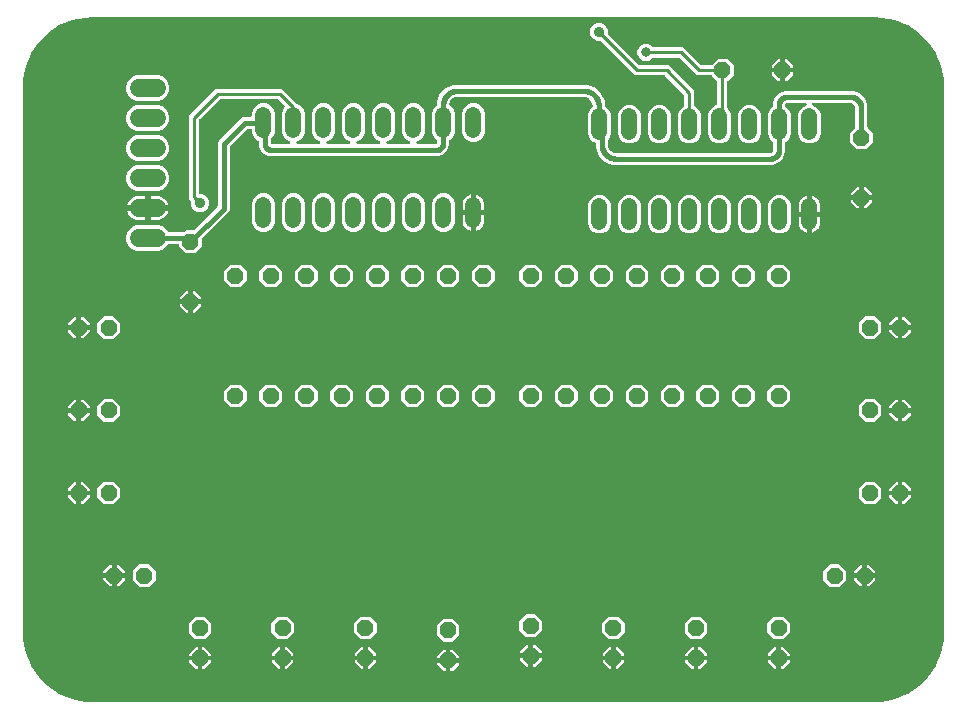
<source format=gbr>
G04 EAGLE Gerber RS-274X export*
G75*
%MOMM*%
%FSLAX34Y34*%
%LPD*%
%INBottom Copper*%
%IPPOS*%
%AMOC8*
5,1,8,0,0,1.08239X$1,22.5*%
G01*
%ADD10C,1.320800*%
%ADD11C,1.524000*%
%ADD12P,1.429621X8X292.500000*%
%ADD13P,1.429621X8X22.500000*%
%ADD14P,1.429621X8X202.500000*%
%ADD15C,0.406400*%
%ADD16C,0.254000*%
%ADD17C,0.906400*%
%ADD18C,0.812800*%

G36*
X731733Y10163D02*
X731733Y10163D01*
X731778Y10162D01*
X737351Y10436D01*
X737364Y10438D01*
X737377Y10438D01*
X737536Y10459D01*
X748467Y12633D01*
X748509Y12647D01*
X748553Y12653D01*
X748705Y12705D01*
X759002Y16971D01*
X759041Y16993D01*
X759083Y17007D01*
X759222Y17088D01*
X768489Y23280D01*
X768522Y23309D01*
X768560Y23331D01*
X768681Y23438D01*
X776562Y31319D01*
X776589Y31354D01*
X776622Y31383D01*
X776720Y31511D01*
X782912Y40778D01*
X782932Y40818D01*
X782958Y40853D01*
X783029Y40998D01*
X787295Y51295D01*
X787306Y51337D01*
X787325Y51377D01*
X787367Y51533D01*
X789541Y62464D01*
X789542Y62477D01*
X789546Y62489D01*
X789564Y62649D01*
X789838Y68222D01*
X789836Y68239D01*
X789839Y68284D01*
X789839Y531716D01*
X789837Y531733D01*
X789838Y531778D01*
X789564Y537351D01*
X789562Y537364D01*
X789562Y537377D01*
X789541Y537536D01*
X787367Y548467D01*
X787353Y548509D01*
X787347Y548553D01*
X787295Y548705D01*
X783029Y559002D01*
X783023Y559014D01*
X783022Y559016D01*
X783016Y559027D01*
X783007Y559041D01*
X782993Y559083D01*
X782912Y559222D01*
X776720Y568489D01*
X776691Y568522D01*
X776669Y568560D01*
X776562Y568681D01*
X768681Y576562D01*
X768646Y576589D01*
X768617Y576622D01*
X768489Y576720D01*
X759222Y582912D01*
X759182Y582932D01*
X759147Y582958D01*
X759002Y583029D01*
X748705Y587295D01*
X748663Y587306D01*
X748623Y587325D01*
X748467Y587367D01*
X737536Y589541D01*
X737523Y589542D01*
X737511Y589546D01*
X737351Y589564D01*
X731778Y589838D01*
X731761Y589836D01*
X731716Y589839D01*
X68284Y589839D01*
X68267Y589837D01*
X68222Y589838D01*
X62649Y589564D01*
X62636Y589562D01*
X62623Y589562D01*
X62464Y589541D01*
X51533Y587367D01*
X51491Y587353D01*
X51447Y587347D01*
X51295Y587295D01*
X40998Y583029D01*
X40959Y583007D01*
X40917Y582993D01*
X40778Y582912D01*
X31511Y576720D01*
X31478Y576691D01*
X31440Y576669D01*
X31319Y576562D01*
X23438Y568681D01*
X23411Y568646D01*
X23378Y568617D01*
X23280Y568489D01*
X17088Y559222D01*
X17068Y559182D01*
X17042Y559147D01*
X16971Y559002D01*
X12705Y548705D01*
X12694Y548663D01*
X12675Y548623D01*
X12633Y548467D01*
X10459Y537536D01*
X10458Y537523D01*
X10454Y537511D01*
X10436Y537351D01*
X10162Y531778D01*
X10164Y531761D01*
X10161Y531716D01*
X10161Y68284D01*
X10163Y68267D01*
X10162Y68222D01*
X10436Y62649D01*
X10438Y62636D01*
X10438Y62623D01*
X10459Y62464D01*
X12633Y51533D01*
X12647Y51491D01*
X12653Y51447D01*
X12705Y51295D01*
X16971Y40998D01*
X16993Y40959D01*
X17007Y40917D01*
X17088Y40778D01*
X23280Y31511D01*
X23309Y31478D01*
X23331Y31440D01*
X23438Y31319D01*
X31319Y23438D01*
X31354Y23411D01*
X31383Y23378D01*
X31511Y23280D01*
X40778Y17088D01*
X40818Y17068D01*
X40853Y17042D01*
X40998Y16971D01*
X51295Y12705D01*
X51337Y12694D01*
X51377Y12675D01*
X51533Y12633D01*
X62464Y10459D01*
X62477Y10458D01*
X62489Y10454D01*
X62649Y10436D01*
X68222Y10162D01*
X68239Y10164D01*
X68284Y10161D01*
X731716Y10161D01*
X731733Y10163D01*
G37*
%LPC*%
G36*
X147852Y390027D02*
X147852Y390027D01*
X142197Y395682D01*
X142197Y396550D01*
X142182Y396668D01*
X142175Y396787D01*
X142162Y396825D01*
X142157Y396866D01*
X142114Y396976D01*
X142077Y397089D01*
X142055Y397124D01*
X142040Y397161D01*
X141971Y397257D01*
X141907Y397358D01*
X141877Y397386D01*
X141854Y397419D01*
X141762Y397495D01*
X141675Y397576D01*
X141640Y397596D01*
X141609Y397621D01*
X141501Y397672D01*
X141397Y397730D01*
X141357Y397740D01*
X141321Y397757D01*
X141204Y397779D01*
X141089Y397809D01*
X141029Y397813D01*
X141009Y397817D01*
X140988Y397815D01*
X140928Y397819D01*
X133611Y397819D01*
X133582Y397816D01*
X133553Y397818D01*
X133425Y397796D01*
X133296Y397779D01*
X133268Y397769D01*
X133239Y397763D01*
X133121Y397710D01*
X133000Y397662D01*
X132976Y397645D01*
X132949Y397633D01*
X132848Y397552D01*
X132743Y397476D01*
X132724Y397453D01*
X132701Y397434D01*
X132623Y397331D01*
X132540Y397231D01*
X132527Y397204D01*
X132510Y397180D01*
X132439Y397036D01*
X132365Y396857D01*
X129363Y393855D01*
X125442Y392231D01*
X105958Y392231D01*
X102037Y393855D01*
X99035Y396857D01*
X97411Y400778D01*
X97411Y405022D01*
X99035Y408943D01*
X102037Y411945D01*
X105958Y413569D01*
X125442Y413569D01*
X129363Y411945D01*
X132365Y408943D01*
X132439Y408764D01*
X132453Y408739D01*
X132462Y408711D01*
X132532Y408601D01*
X132596Y408488D01*
X132617Y408467D01*
X132633Y408442D01*
X132727Y408353D01*
X132817Y408260D01*
X132843Y408244D01*
X132864Y408224D01*
X132978Y408161D01*
X133089Y408093D01*
X133117Y408085D01*
X133143Y408070D01*
X133268Y408038D01*
X133393Y408000D01*
X133422Y407998D01*
X133451Y407991D01*
X133611Y407981D01*
X145974Y407981D01*
X146072Y407993D01*
X146171Y407996D01*
X146230Y408013D01*
X146290Y408021D01*
X146382Y408057D01*
X146477Y408085D01*
X146529Y408115D01*
X146585Y408138D01*
X146665Y408196D01*
X146751Y408246D01*
X146826Y408312D01*
X146843Y408324D01*
X146850Y408334D01*
X146872Y408352D01*
X147852Y409333D01*
X153792Y409333D01*
X153890Y409345D01*
X153989Y409348D01*
X154047Y409365D01*
X154107Y409373D01*
X154199Y409409D01*
X154294Y409437D01*
X154347Y409467D01*
X154403Y409490D01*
X154483Y409548D01*
X154568Y409598D01*
X154644Y409664D01*
X154660Y409676D01*
X154668Y409686D01*
X154689Y409704D01*
X174548Y429563D01*
X174608Y429641D01*
X174676Y429713D01*
X174705Y429766D01*
X174742Y429814D01*
X174782Y429905D01*
X174830Y429992D01*
X174845Y430050D01*
X174869Y430106D01*
X174884Y430204D01*
X174909Y430300D01*
X174915Y430400D01*
X174919Y430420D01*
X174917Y430432D01*
X174919Y430460D01*
X174919Y483511D01*
X175693Y485378D01*
X195262Y504947D01*
X197129Y505721D01*
X202678Y505721D01*
X202796Y505736D01*
X202915Y505743D01*
X202953Y505756D01*
X202994Y505761D01*
X203104Y505804D01*
X203217Y505841D01*
X203252Y505863D01*
X203289Y505878D01*
X203385Y505947D01*
X203486Y506011D01*
X203514Y506041D01*
X203547Y506064D01*
X203623Y506156D01*
X203704Y506243D01*
X203724Y506278D01*
X203749Y506309D01*
X203800Y506417D01*
X203858Y506521D01*
X203868Y506561D01*
X203885Y506597D01*
X203907Y506714D01*
X203937Y506829D01*
X203941Y506889D01*
X203945Y506909D01*
X203943Y506930D01*
X203947Y506990D01*
X203947Y509164D01*
X205417Y512712D01*
X208132Y515427D01*
X211680Y516897D01*
X215520Y516897D01*
X219068Y515427D01*
X221783Y512712D01*
X223253Y509164D01*
X223253Y492116D01*
X221783Y488568D01*
X220452Y487237D01*
X220392Y487159D01*
X220324Y487087D01*
X220295Y487034D01*
X220258Y486986D01*
X220218Y486895D01*
X220170Y486809D01*
X220155Y486750D01*
X220131Y486694D01*
X220116Y486596D01*
X220091Y486501D01*
X220085Y486401D01*
X220081Y486380D01*
X220083Y486368D01*
X220081Y486340D01*
X220081Y483850D01*
X220096Y483732D01*
X220103Y483613D01*
X220116Y483575D01*
X220121Y483534D01*
X220164Y483424D01*
X220201Y483311D01*
X220223Y483276D01*
X220238Y483239D01*
X220307Y483143D01*
X220371Y483042D01*
X220401Y483014D01*
X220424Y482981D01*
X220516Y482905D01*
X220603Y482824D01*
X220638Y482804D01*
X220669Y482779D01*
X220777Y482728D01*
X220881Y482670D01*
X220921Y482660D01*
X220957Y482643D01*
X221074Y482621D01*
X221189Y482591D01*
X221249Y482587D01*
X221269Y482583D01*
X221290Y482585D01*
X221350Y482581D01*
X235051Y482581D01*
X235120Y482589D01*
X235190Y482588D01*
X235277Y482609D01*
X235366Y482621D01*
X235431Y482646D01*
X235499Y482663D01*
X235578Y482705D01*
X235662Y482738D01*
X235718Y482779D01*
X235780Y482811D01*
X235847Y482872D01*
X235919Y482924D01*
X235964Y482978D01*
X236015Y483025D01*
X236065Y483100D01*
X236122Y483169D01*
X236152Y483233D01*
X236190Y483291D01*
X236219Y483376D01*
X236258Y483457D01*
X236271Y483526D01*
X236293Y483592D01*
X236301Y483681D01*
X236317Y483769D01*
X236313Y483839D01*
X236319Y483909D01*
X236303Y483997D01*
X236298Y484087D01*
X236276Y484153D01*
X236264Y484222D01*
X236227Y484304D01*
X236200Y484389D01*
X236162Y484448D01*
X236134Y484512D01*
X236078Y484582D01*
X236030Y484658D01*
X235979Y484706D01*
X235935Y484760D01*
X235863Y484815D01*
X235798Y484876D01*
X235737Y484910D01*
X235681Y484952D01*
X235536Y485023D01*
X233532Y485853D01*
X230817Y488568D01*
X229347Y492116D01*
X229347Y509164D01*
X230817Y512712D01*
X231351Y513246D01*
X231424Y513340D01*
X231503Y513430D01*
X231521Y513466D01*
X231546Y513497D01*
X231593Y513607D01*
X231648Y513713D01*
X231656Y513752D01*
X231672Y513789D01*
X231691Y513907D01*
X231717Y514023D01*
X231716Y514063D01*
X231722Y514103D01*
X231711Y514222D01*
X231708Y514341D01*
X231696Y514380D01*
X231693Y514420D01*
X231652Y514532D01*
X231619Y514646D01*
X231599Y514681D01*
X231585Y514719D01*
X231518Y514818D01*
X231458Y514920D01*
X231418Y514966D01*
X231406Y514982D01*
X231391Y514996D01*
X231351Y515041D01*
X226083Y520310D01*
X226005Y520370D01*
X225932Y520438D01*
X225879Y520467D01*
X225832Y520504D01*
X225741Y520544D01*
X225654Y520592D01*
X225595Y520607D01*
X225540Y520631D01*
X225442Y520646D01*
X225346Y520671D01*
X225246Y520677D01*
X225226Y520681D01*
X225213Y520679D01*
X225185Y520681D01*
X177435Y520681D01*
X177336Y520669D01*
X177237Y520666D01*
X177179Y520649D01*
X177119Y520641D01*
X177027Y520605D01*
X176932Y520577D01*
X176880Y520547D01*
X176823Y520524D01*
X176743Y520466D01*
X176658Y520416D01*
X176583Y520350D01*
X176566Y520338D01*
X176558Y520328D01*
X176537Y520310D01*
X159690Y503463D01*
X159630Y503385D01*
X159562Y503312D01*
X159533Y503259D01*
X159496Y503212D01*
X159456Y503121D01*
X159408Y503034D01*
X159393Y502975D01*
X159369Y502920D01*
X159354Y502822D01*
X159329Y502726D01*
X159323Y502626D01*
X159319Y502606D01*
X159321Y502593D01*
X159319Y502565D01*
X159319Y441350D01*
X159334Y441232D01*
X159341Y441113D01*
X159354Y441075D01*
X159359Y441034D01*
X159402Y440924D01*
X159439Y440811D01*
X159461Y440776D01*
X159476Y440739D01*
X159545Y440643D01*
X159609Y440542D01*
X159639Y440514D01*
X159662Y440481D01*
X159754Y440405D01*
X159841Y440324D01*
X159876Y440304D01*
X159907Y440279D01*
X160015Y440228D01*
X160119Y440170D01*
X160159Y440160D01*
X160195Y440143D01*
X160312Y440121D01*
X160427Y440091D01*
X160487Y440087D01*
X160507Y440083D01*
X160528Y440085D01*
X160588Y440081D01*
X161508Y440081D01*
X164294Y438927D01*
X166427Y436794D01*
X167581Y434008D01*
X167581Y430992D01*
X166427Y428206D01*
X164294Y426073D01*
X161508Y424919D01*
X158492Y424919D01*
X155706Y426073D01*
X153573Y428206D01*
X152419Y430992D01*
X152419Y433447D01*
X152407Y433546D01*
X152404Y433645D01*
X152387Y433703D01*
X152379Y433763D01*
X152343Y433855D01*
X152315Y433950D01*
X152285Y434002D01*
X152262Y434059D01*
X152204Y434139D01*
X152154Y434224D01*
X152088Y434299D01*
X152076Y434316D01*
X152066Y434324D01*
X152048Y434345D01*
X150681Y435711D01*
X150681Y506669D01*
X173331Y529319D01*
X229289Y529319D01*
X242092Y516516D01*
X242099Y516510D01*
X242105Y516503D01*
X242224Y516414D01*
X242343Y516321D01*
X242351Y516317D01*
X242359Y516312D01*
X242503Y516241D01*
X244468Y515427D01*
X247183Y512712D01*
X248653Y509164D01*
X248653Y492116D01*
X247183Y488568D01*
X244468Y485853D01*
X242464Y485023D01*
X242403Y484988D01*
X242338Y484962D01*
X242265Y484910D01*
X242187Y484865D01*
X242137Y484817D01*
X242081Y484776D01*
X242023Y484706D01*
X241959Y484644D01*
X241922Y484584D01*
X241878Y484531D01*
X241840Y484449D01*
X241793Y484373D01*
X241772Y484306D01*
X241742Y484243D01*
X241725Y484155D01*
X241699Y484069D01*
X241696Y483999D01*
X241683Y483930D01*
X241688Y483841D01*
X241684Y483751D01*
X241698Y483683D01*
X241702Y483613D01*
X241730Y483528D01*
X241748Y483440D01*
X241779Y483377D01*
X241800Y483311D01*
X241848Y483235D01*
X241888Y483154D01*
X241933Y483101D01*
X241970Y483042D01*
X242036Y482980D01*
X242094Y482912D01*
X242151Y482872D01*
X242202Y482824D01*
X242281Y482781D01*
X242354Y482729D01*
X242420Y482704D01*
X242481Y482670D01*
X242567Y482648D01*
X242652Y482616D01*
X242721Y482608D01*
X242789Y482591D01*
X242949Y482581D01*
X260451Y482581D01*
X260520Y482589D01*
X260590Y482588D01*
X260677Y482609D01*
X260766Y482621D01*
X260831Y482646D01*
X260899Y482663D01*
X260978Y482705D01*
X261062Y482738D01*
X261118Y482779D01*
X261180Y482811D01*
X261247Y482872D01*
X261319Y482924D01*
X261364Y482978D01*
X261415Y483025D01*
X261465Y483100D01*
X261522Y483169D01*
X261552Y483233D01*
X261590Y483291D01*
X261619Y483376D01*
X261658Y483457D01*
X261671Y483526D01*
X261693Y483592D01*
X261701Y483681D01*
X261717Y483769D01*
X261713Y483839D01*
X261719Y483909D01*
X261703Y483997D01*
X261698Y484087D01*
X261676Y484153D01*
X261664Y484222D01*
X261627Y484304D01*
X261600Y484389D01*
X261562Y484448D01*
X261534Y484512D01*
X261478Y484582D01*
X261430Y484658D01*
X261379Y484706D01*
X261335Y484760D01*
X261263Y484815D01*
X261198Y484876D01*
X261137Y484910D01*
X261081Y484952D01*
X260936Y485023D01*
X258932Y485853D01*
X256217Y488568D01*
X254747Y492116D01*
X254747Y509164D01*
X256217Y512712D01*
X258932Y515427D01*
X262480Y516897D01*
X266320Y516897D01*
X269868Y515427D01*
X272583Y512712D01*
X274053Y509164D01*
X274053Y492116D01*
X272583Y488568D01*
X269868Y485853D01*
X267864Y485023D01*
X267803Y484988D01*
X267738Y484962D01*
X267665Y484910D01*
X267587Y484865D01*
X267537Y484817D01*
X267481Y484776D01*
X267423Y484706D01*
X267359Y484644D01*
X267322Y484584D01*
X267278Y484531D01*
X267240Y484449D01*
X267193Y484373D01*
X267172Y484306D01*
X267142Y484243D01*
X267125Y484155D01*
X267099Y484069D01*
X267096Y483999D01*
X267083Y483930D01*
X267088Y483841D01*
X267084Y483751D01*
X267098Y483683D01*
X267102Y483613D01*
X267130Y483528D01*
X267148Y483440D01*
X267179Y483377D01*
X267200Y483311D01*
X267248Y483235D01*
X267288Y483154D01*
X267333Y483101D01*
X267370Y483042D01*
X267436Y482980D01*
X267494Y482912D01*
X267551Y482872D01*
X267602Y482824D01*
X267681Y482781D01*
X267754Y482729D01*
X267820Y482704D01*
X267881Y482670D01*
X267967Y482648D01*
X268052Y482616D01*
X268121Y482608D01*
X268189Y482591D01*
X268349Y482581D01*
X285851Y482581D01*
X285920Y482589D01*
X285990Y482588D01*
X286077Y482609D01*
X286166Y482621D01*
X286231Y482646D01*
X286299Y482663D01*
X286378Y482705D01*
X286462Y482738D01*
X286518Y482779D01*
X286580Y482811D01*
X286647Y482872D01*
X286719Y482924D01*
X286764Y482978D01*
X286815Y483025D01*
X286865Y483100D01*
X286922Y483169D01*
X286952Y483233D01*
X286990Y483291D01*
X287019Y483376D01*
X287058Y483457D01*
X287071Y483526D01*
X287093Y483592D01*
X287101Y483681D01*
X287117Y483769D01*
X287113Y483839D01*
X287119Y483909D01*
X287103Y483997D01*
X287098Y484087D01*
X287076Y484153D01*
X287064Y484222D01*
X287027Y484304D01*
X287000Y484389D01*
X286962Y484448D01*
X286934Y484512D01*
X286878Y484582D01*
X286830Y484658D01*
X286779Y484706D01*
X286735Y484760D01*
X286663Y484815D01*
X286598Y484876D01*
X286537Y484910D01*
X286481Y484952D01*
X286336Y485023D01*
X284332Y485853D01*
X281617Y488568D01*
X280147Y492116D01*
X280147Y509164D01*
X281617Y512712D01*
X284332Y515427D01*
X287880Y516897D01*
X291720Y516897D01*
X295268Y515427D01*
X297983Y512712D01*
X299453Y509164D01*
X299453Y492116D01*
X297983Y488568D01*
X295268Y485853D01*
X293264Y485023D01*
X293203Y484988D01*
X293138Y484962D01*
X293065Y484910D01*
X292987Y484865D01*
X292937Y484817D01*
X292881Y484776D01*
X292823Y484706D01*
X292759Y484644D01*
X292722Y484584D01*
X292678Y484531D01*
X292640Y484449D01*
X292593Y484373D01*
X292572Y484306D01*
X292542Y484243D01*
X292525Y484155D01*
X292499Y484069D01*
X292496Y483999D01*
X292483Y483930D01*
X292488Y483841D01*
X292484Y483751D01*
X292498Y483683D01*
X292502Y483613D01*
X292530Y483528D01*
X292548Y483440D01*
X292579Y483377D01*
X292600Y483311D01*
X292648Y483235D01*
X292688Y483154D01*
X292733Y483101D01*
X292770Y483042D01*
X292836Y482980D01*
X292894Y482912D01*
X292951Y482872D01*
X293002Y482824D01*
X293081Y482781D01*
X293154Y482729D01*
X293220Y482704D01*
X293281Y482670D01*
X293367Y482648D01*
X293452Y482616D01*
X293521Y482608D01*
X293589Y482591D01*
X293749Y482581D01*
X311251Y482581D01*
X311320Y482589D01*
X311390Y482588D01*
X311477Y482609D01*
X311566Y482621D01*
X311631Y482646D01*
X311699Y482663D01*
X311778Y482705D01*
X311862Y482738D01*
X311918Y482779D01*
X311980Y482811D01*
X312047Y482872D01*
X312119Y482924D01*
X312164Y482978D01*
X312215Y483025D01*
X312265Y483100D01*
X312322Y483169D01*
X312352Y483233D01*
X312390Y483291D01*
X312419Y483376D01*
X312458Y483457D01*
X312471Y483526D01*
X312493Y483592D01*
X312501Y483681D01*
X312517Y483769D01*
X312513Y483839D01*
X312519Y483909D01*
X312503Y483997D01*
X312498Y484087D01*
X312476Y484153D01*
X312464Y484222D01*
X312427Y484304D01*
X312400Y484389D01*
X312362Y484448D01*
X312334Y484512D01*
X312278Y484582D01*
X312230Y484658D01*
X312179Y484706D01*
X312135Y484760D01*
X312063Y484815D01*
X311998Y484876D01*
X311937Y484910D01*
X311881Y484952D01*
X311736Y485023D01*
X309732Y485853D01*
X307017Y488568D01*
X305547Y492116D01*
X305547Y509164D01*
X307017Y512712D01*
X309732Y515427D01*
X313280Y516897D01*
X317120Y516897D01*
X320668Y515427D01*
X323383Y512712D01*
X324853Y509164D01*
X324853Y492116D01*
X323383Y488568D01*
X320668Y485853D01*
X318664Y485023D01*
X318603Y484988D01*
X318538Y484962D01*
X318465Y484910D01*
X318387Y484865D01*
X318337Y484817D01*
X318281Y484776D01*
X318223Y484706D01*
X318159Y484644D01*
X318122Y484584D01*
X318078Y484531D01*
X318040Y484449D01*
X317993Y484373D01*
X317972Y484306D01*
X317942Y484243D01*
X317925Y484155D01*
X317899Y484069D01*
X317896Y483999D01*
X317883Y483930D01*
X317888Y483841D01*
X317884Y483751D01*
X317898Y483683D01*
X317902Y483613D01*
X317930Y483528D01*
X317948Y483440D01*
X317979Y483377D01*
X318000Y483311D01*
X318048Y483235D01*
X318088Y483154D01*
X318133Y483101D01*
X318170Y483042D01*
X318236Y482980D01*
X318294Y482912D01*
X318351Y482872D01*
X318402Y482824D01*
X318481Y482781D01*
X318554Y482729D01*
X318620Y482704D01*
X318681Y482670D01*
X318767Y482648D01*
X318852Y482616D01*
X318921Y482608D01*
X318989Y482591D01*
X319149Y482581D01*
X336651Y482581D01*
X336720Y482589D01*
X336790Y482588D01*
X336877Y482609D01*
X336966Y482621D01*
X337031Y482646D01*
X337099Y482663D01*
X337178Y482705D01*
X337262Y482738D01*
X337318Y482779D01*
X337380Y482811D01*
X337447Y482872D01*
X337519Y482924D01*
X337564Y482978D01*
X337615Y483025D01*
X337665Y483100D01*
X337722Y483169D01*
X337752Y483233D01*
X337790Y483291D01*
X337819Y483376D01*
X337858Y483457D01*
X337871Y483526D01*
X337893Y483592D01*
X337901Y483681D01*
X337917Y483769D01*
X337913Y483839D01*
X337919Y483909D01*
X337903Y483997D01*
X337898Y484087D01*
X337876Y484153D01*
X337864Y484222D01*
X337827Y484304D01*
X337800Y484389D01*
X337762Y484448D01*
X337734Y484512D01*
X337678Y484582D01*
X337630Y484658D01*
X337579Y484706D01*
X337535Y484760D01*
X337463Y484815D01*
X337398Y484876D01*
X337337Y484910D01*
X337281Y484952D01*
X337136Y485023D01*
X335132Y485853D01*
X332417Y488568D01*
X330947Y492116D01*
X330947Y509164D01*
X332417Y512712D01*
X335132Y515427D01*
X338680Y516897D01*
X342520Y516897D01*
X346068Y515427D01*
X348783Y512712D01*
X350253Y509164D01*
X350253Y492116D01*
X348783Y488568D01*
X346068Y485853D01*
X344064Y485023D01*
X344003Y484988D01*
X343938Y484962D01*
X343865Y484910D01*
X343787Y484865D01*
X343737Y484817D01*
X343681Y484776D01*
X343623Y484706D01*
X343559Y484644D01*
X343522Y484584D01*
X343478Y484531D01*
X343440Y484449D01*
X343393Y484373D01*
X343372Y484306D01*
X343342Y484243D01*
X343325Y484155D01*
X343299Y484069D01*
X343296Y483999D01*
X343283Y483930D01*
X343288Y483841D01*
X343284Y483751D01*
X343298Y483683D01*
X343302Y483613D01*
X343330Y483528D01*
X343348Y483440D01*
X343379Y483377D01*
X343400Y483311D01*
X343448Y483235D01*
X343488Y483154D01*
X343533Y483101D01*
X343570Y483042D01*
X343636Y482980D01*
X343694Y482912D01*
X343751Y482872D01*
X343802Y482824D01*
X343881Y482781D01*
X343954Y482729D01*
X344020Y482704D01*
X344081Y482670D01*
X344167Y482648D01*
X344252Y482616D01*
X344321Y482608D01*
X344389Y482591D01*
X344549Y482581D01*
X359650Y482581D01*
X359768Y482596D01*
X359887Y482603D01*
X359925Y482616D01*
X359966Y482621D01*
X360076Y482664D01*
X360189Y482701D01*
X360224Y482723D01*
X360261Y482738D01*
X360357Y482807D01*
X360458Y482871D01*
X360486Y482901D01*
X360519Y482924D01*
X360595Y483016D01*
X360676Y483103D01*
X360696Y483138D01*
X360721Y483169D01*
X360772Y483277D01*
X360830Y483381D01*
X360840Y483421D01*
X360857Y483457D01*
X360879Y483574D01*
X360909Y483689D01*
X360913Y483749D01*
X360917Y483769D01*
X360915Y483790D01*
X360919Y483850D01*
X360919Y484940D01*
X360907Y485038D01*
X360904Y485137D01*
X360887Y485195D01*
X360879Y485255D01*
X360843Y485348D01*
X360815Y485443D01*
X360785Y485495D01*
X360762Y485551D01*
X360704Y485631D01*
X360654Y485717D01*
X360588Y485792D01*
X360576Y485809D01*
X360566Y485816D01*
X360548Y485837D01*
X357817Y488568D01*
X356347Y492116D01*
X356347Y509164D01*
X357817Y512712D01*
X360548Y515443D01*
X360608Y515521D01*
X360676Y515593D01*
X360705Y515646D01*
X360742Y515694D01*
X360782Y515785D01*
X360830Y515871D01*
X360845Y515930D01*
X360869Y515986D01*
X360884Y516084D01*
X360909Y516179D01*
X360915Y516279D01*
X360919Y516300D01*
X360917Y516312D01*
X360919Y516340D01*
X360919Y519298D01*
X363444Y525392D01*
X368108Y530056D01*
X374202Y532581D01*
X488497Y532581D01*
X494959Y529904D01*
X499904Y524959D01*
X502581Y518497D01*
X502581Y515244D01*
X502584Y515215D01*
X502582Y515185D01*
X502604Y515058D01*
X502621Y514929D01*
X502631Y514901D01*
X502636Y514872D01*
X502690Y514753D01*
X502738Y514633D01*
X502755Y514609D01*
X502767Y514582D01*
X502848Y514480D01*
X502924Y514376D01*
X502947Y514357D01*
X502966Y514334D01*
X503069Y514256D01*
X503169Y514173D01*
X503196Y514160D01*
X503220Y514142D01*
X503364Y514071D01*
X503568Y513987D01*
X506283Y511272D01*
X507753Y507724D01*
X507753Y490676D01*
X506283Y487128D01*
X505452Y486297D01*
X505392Y486219D01*
X505324Y486147D01*
X505295Y486094D01*
X505258Y486046D01*
X505218Y485955D01*
X505170Y485869D01*
X505155Y485810D01*
X505131Y485754D01*
X505116Y485656D01*
X505091Y485561D01*
X505085Y485461D01*
X505081Y485440D01*
X505083Y485428D01*
X505081Y485400D01*
X505081Y482500D01*
X505083Y482480D01*
X505087Y482376D01*
X505205Y481176D01*
X505229Y481072D01*
X505243Y480967D01*
X505271Y480887D01*
X505276Y480866D01*
X505283Y480852D01*
X505296Y480814D01*
X506214Y478598D01*
X506218Y478589D01*
X506221Y478581D01*
X506298Y478451D01*
X506371Y478321D01*
X506378Y478315D01*
X506383Y478307D01*
X506489Y478186D01*
X508186Y476489D01*
X508193Y476483D01*
X508199Y476476D01*
X508318Y476386D01*
X508437Y476294D01*
X508446Y476290D01*
X508453Y476285D01*
X508598Y476214D01*
X510814Y475296D01*
X510917Y475267D01*
X511017Y475231D01*
X511100Y475217D01*
X511121Y475212D01*
X511137Y475211D01*
X511176Y475205D01*
X512376Y475087D01*
X512395Y475087D01*
X512500Y475081D01*
X642500Y475081D01*
X642520Y475083D01*
X642625Y475087D01*
X642946Y475119D01*
X643050Y475142D01*
X643155Y475157D01*
X643235Y475184D01*
X643256Y475189D01*
X643271Y475196D01*
X643308Y475209D01*
X643902Y475455D01*
X643910Y475460D01*
X643919Y475463D01*
X644049Y475539D01*
X644179Y475613D01*
X644185Y475619D01*
X644193Y475624D01*
X644314Y475731D01*
X644769Y476186D01*
X644775Y476193D01*
X644782Y476199D01*
X644872Y476319D01*
X644964Y476437D01*
X644968Y476446D01*
X644974Y476453D01*
X645045Y476598D01*
X645291Y477192D01*
X645319Y477295D01*
X645356Y477395D01*
X645369Y477478D01*
X645375Y477499D01*
X645375Y477515D01*
X645381Y477554D01*
X645413Y477876D01*
X645413Y477895D01*
X645419Y478000D01*
X645419Y483500D01*
X645407Y483598D01*
X645404Y483697D01*
X645387Y483755D01*
X645379Y483815D01*
X645343Y483908D01*
X645315Y484003D01*
X645285Y484055D01*
X645262Y484111D01*
X645204Y484191D01*
X645154Y484277D01*
X645088Y484352D01*
X645076Y484369D01*
X645066Y484376D01*
X645048Y484397D01*
X642317Y487128D01*
X640847Y490676D01*
X640847Y507724D01*
X642317Y511272D01*
X644548Y513503D01*
X644608Y513581D01*
X644676Y513653D01*
X644705Y513706D01*
X644742Y513754D01*
X644782Y513845D01*
X644830Y513931D01*
X644845Y513990D01*
X644869Y514046D01*
X644884Y514144D01*
X644909Y514239D01*
X644915Y514339D01*
X644919Y514360D01*
X644917Y514372D01*
X644919Y514400D01*
X644919Y517503D01*
X646835Y522126D01*
X650374Y525665D01*
X654997Y527581D01*
X713000Y527581D01*
X718542Y525285D01*
X722785Y521043D01*
X725081Y515500D01*
X725081Y496996D01*
X725093Y496898D01*
X725096Y496799D01*
X725113Y496741D01*
X725121Y496680D01*
X725157Y496588D01*
X725185Y496493D01*
X725215Y496441D01*
X725238Y496385D01*
X725296Y496305D01*
X725346Y496219D01*
X725412Y496144D01*
X725424Y496127D01*
X725434Y496120D01*
X725452Y496098D01*
X729653Y491898D01*
X729653Y483902D01*
X723998Y478247D01*
X716002Y478247D01*
X710347Y483902D01*
X710347Y491898D01*
X714548Y496098D01*
X714608Y496177D01*
X714676Y496249D01*
X714705Y496302D01*
X714742Y496350D01*
X714782Y496441D01*
X714830Y496527D01*
X714845Y496586D01*
X714869Y496642D01*
X714884Y496740D01*
X714909Y496835D01*
X714915Y496935D01*
X714919Y496956D01*
X714917Y496968D01*
X714919Y496996D01*
X714919Y512500D01*
X714917Y512520D01*
X714913Y512625D01*
X714843Y513336D01*
X714819Y513440D01*
X714805Y513545D01*
X714777Y513625D01*
X714772Y513647D01*
X714765Y513661D01*
X714753Y513698D01*
X714207Y515014D01*
X714203Y515022D01*
X714200Y515031D01*
X714124Y515160D01*
X714050Y515290D01*
X714043Y515296D01*
X714039Y515304D01*
X713932Y515425D01*
X712925Y516432D01*
X712918Y516438D01*
X712912Y516445D01*
X712793Y516535D01*
X712674Y516627D01*
X712665Y516631D01*
X712658Y516637D01*
X712514Y516707D01*
X711198Y517253D01*
X711095Y517281D01*
X710995Y517317D01*
X710912Y517331D01*
X710891Y517336D01*
X710875Y517337D01*
X710836Y517343D01*
X710124Y517413D01*
X710105Y517413D01*
X710000Y517419D01*
X679463Y517419D01*
X679394Y517411D01*
X679324Y517412D01*
X679237Y517391D01*
X679147Y517379D01*
X679082Y517354D01*
X679015Y517337D01*
X678935Y517295D01*
X678852Y517262D01*
X678795Y517221D01*
X678734Y517189D01*
X678667Y517128D01*
X678594Y517076D01*
X678550Y517022D01*
X678498Y516975D01*
X678449Y516900D01*
X678392Y516831D01*
X678362Y516767D01*
X678323Y516709D01*
X678294Y516624D01*
X678256Y516543D01*
X678243Y516474D01*
X678220Y516408D01*
X678213Y516319D01*
X678196Y516231D01*
X678201Y516161D01*
X678195Y516091D01*
X678210Y516003D01*
X678216Y515913D01*
X678238Y515847D01*
X678249Y515778D01*
X678286Y515696D01*
X678314Y515611D01*
X678351Y515552D01*
X678380Y515488D01*
X678436Y515418D01*
X678484Y515342D01*
X678535Y515294D01*
X678579Y515240D01*
X678651Y515185D01*
X678716Y515124D01*
X678777Y515090D01*
X678833Y515048D01*
X678977Y514977D01*
X681368Y513987D01*
X684083Y511272D01*
X685553Y507724D01*
X685553Y490676D01*
X684083Y487128D01*
X681368Y484413D01*
X677820Y482943D01*
X673980Y482943D01*
X670432Y484413D01*
X667717Y487128D01*
X666247Y490676D01*
X666247Y507724D01*
X667717Y511272D01*
X670432Y513987D01*
X672823Y514977D01*
X672883Y515012D01*
X672948Y515038D01*
X673021Y515090D01*
X673099Y515135D01*
X673149Y515183D01*
X673206Y515224D01*
X673263Y515294D01*
X673327Y515356D01*
X673364Y515416D01*
X673408Y515469D01*
X673447Y515551D01*
X673494Y515627D01*
X673514Y515694D01*
X673544Y515757D01*
X673561Y515845D01*
X673587Y515931D01*
X673591Y516001D01*
X673604Y516070D01*
X673598Y516159D01*
X673602Y516249D01*
X673588Y516317D01*
X673584Y516387D01*
X673556Y516472D01*
X673538Y516560D01*
X673507Y516623D01*
X673486Y516689D01*
X673438Y516765D01*
X673398Y516846D01*
X673353Y516899D01*
X673316Y516958D01*
X673250Y517020D01*
X673192Y517088D01*
X673135Y517128D01*
X673084Y517176D01*
X673006Y517219D01*
X672932Y517271D01*
X672867Y517296D01*
X672806Y517330D01*
X672719Y517352D01*
X672635Y517384D01*
X672565Y517392D01*
X672498Y517409D01*
X672337Y517419D01*
X657500Y517419D01*
X657480Y517417D01*
X657376Y517413D01*
X657151Y517391D01*
X657048Y517367D01*
X656942Y517353D01*
X656862Y517325D01*
X656841Y517320D01*
X656827Y517313D01*
X656790Y517301D01*
X656375Y517129D01*
X656367Y517124D01*
X656358Y517122D01*
X656229Y517046D01*
X656099Y516971D01*
X656092Y516965D01*
X656084Y516960D01*
X655964Y516854D01*
X655646Y516536D01*
X655641Y516529D01*
X655633Y516523D01*
X655544Y516404D01*
X655451Y516285D01*
X655448Y516277D01*
X655442Y516269D01*
X655371Y516125D01*
X655199Y515710D01*
X655171Y515608D01*
X655135Y515509D01*
X655121Y515424D01*
X655116Y515403D01*
X655115Y515388D01*
X655109Y515350D01*
X655106Y515320D01*
X655109Y515228D01*
X655101Y515136D01*
X655113Y515070D01*
X655115Y515002D01*
X655140Y514914D01*
X655156Y514823D01*
X655183Y514761D01*
X655202Y514696D01*
X655248Y514617D01*
X655286Y514533D01*
X655328Y514480D01*
X655362Y514422D01*
X655427Y514356D01*
X655485Y514284D01*
X655539Y514244D01*
X655586Y514196D01*
X655665Y514148D01*
X655739Y514093D01*
X655844Y514041D01*
X655859Y514033D01*
X655867Y514030D01*
X655884Y514022D01*
X655968Y513987D01*
X658683Y511272D01*
X660153Y507724D01*
X660153Y490676D01*
X658683Y487128D01*
X655952Y484397D01*
X655892Y484319D01*
X655824Y484247D01*
X655795Y484194D01*
X655758Y484146D01*
X655718Y484055D01*
X655670Y483969D01*
X655655Y483910D01*
X655631Y483854D01*
X655616Y483756D01*
X655591Y483661D01*
X655585Y483561D01*
X655581Y483540D01*
X655583Y483528D01*
X655581Y483500D01*
X655581Y475398D01*
X653589Y470590D01*
X649910Y466911D01*
X645102Y464919D01*
X509003Y464919D01*
X502541Y467596D01*
X497596Y472541D01*
X494919Y479003D01*
X494919Y482617D01*
X494916Y482647D01*
X494918Y482676D01*
X494896Y482804D01*
X494879Y482933D01*
X494869Y482960D01*
X494864Y482989D01*
X494810Y483108D01*
X494762Y483229D01*
X494745Y483252D01*
X494733Y483279D01*
X494652Y483381D01*
X494576Y483486D01*
X494553Y483505D01*
X494534Y483528D01*
X494431Y483606D01*
X494331Y483689D01*
X494304Y483701D01*
X494280Y483719D01*
X494136Y483790D01*
X492632Y484413D01*
X489917Y487128D01*
X488447Y490676D01*
X488447Y507724D01*
X489917Y511272D01*
X492048Y513403D01*
X492108Y513481D01*
X492176Y513553D01*
X492205Y513606D01*
X492242Y513654D01*
X492282Y513745D01*
X492330Y513831D01*
X492345Y513890D01*
X492369Y513946D01*
X492384Y514044D01*
X492409Y514139D01*
X492415Y514239D01*
X492419Y514260D01*
X492417Y514272D01*
X492419Y514300D01*
X492419Y515000D01*
X492417Y515020D01*
X492413Y515124D01*
X492295Y516324D01*
X492271Y516428D01*
X492257Y516533D01*
X492229Y516613D01*
X492224Y516634D01*
X492217Y516648D01*
X492204Y516686D01*
X491286Y518902D01*
X491282Y518911D01*
X491279Y518919D01*
X491203Y519048D01*
X491129Y519179D01*
X491122Y519185D01*
X491117Y519193D01*
X491011Y519314D01*
X489314Y521011D01*
X489307Y521017D01*
X489301Y521024D01*
X489182Y521114D01*
X489063Y521206D01*
X489055Y521210D01*
X489047Y521215D01*
X488903Y521286D01*
X486686Y522204D01*
X486583Y522233D01*
X486483Y522269D01*
X486400Y522283D01*
X486379Y522288D01*
X486363Y522289D01*
X486324Y522295D01*
X485125Y522413D01*
X485105Y522413D01*
X485000Y522419D01*
X377500Y522419D01*
X377480Y522417D01*
X377376Y522413D01*
X376371Y522314D01*
X376267Y522291D01*
X376162Y522276D01*
X376082Y522248D01*
X376061Y522244D01*
X376047Y522236D01*
X376010Y522224D01*
X374153Y521455D01*
X374145Y521450D01*
X374136Y521448D01*
X374007Y521371D01*
X373877Y521297D01*
X373870Y521291D01*
X373862Y521286D01*
X373741Y521180D01*
X372320Y519759D01*
X372315Y519751D01*
X372307Y519746D01*
X372217Y519626D01*
X372125Y519507D01*
X372122Y519499D01*
X372116Y519491D01*
X372045Y519347D01*
X371276Y517490D01*
X371248Y517388D01*
X371212Y517288D01*
X371198Y517205D01*
X371192Y517184D01*
X371192Y517168D01*
X371186Y517129D01*
X371117Y516434D01*
X371117Y516432D01*
X371117Y516430D01*
X371122Y516273D01*
X371126Y516116D01*
X371127Y516114D01*
X371127Y516112D01*
X371170Y515961D01*
X371213Y515810D01*
X371214Y515809D01*
X371215Y515807D01*
X371296Y515670D01*
X371374Y515536D01*
X371376Y515535D01*
X371377Y515533D01*
X371483Y515412D01*
X374183Y512712D01*
X375653Y509164D01*
X375653Y492116D01*
X374183Y488568D01*
X371452Y485837D01*
X371392Y485759D01*
X371324Y485687D01*
X371295Y485634D01*
X371258Y485586D01*
X371218Y485495D01*
X371170Y485409D01*
X371155Y485350D01*
X371131Y485294D01*
X371116Y485196D01*
X371091Y485101D01*
X371085Y485001D01*
X371081Y484980D01*
X371083Y484968D01*
X371081Y484940D01*
X371081Y481296D01*
X369394Y477223D01*
X366277Y474106D01*
X362204Y472419D01*
X217299Y472419D01*
X212620Y475120D01*
X209919Y479799D01*
X209919Y484264D01*
X209916Y484294D01*
X209918Y484323D01*
X209896Y484451D01*
X209879Y484580D01*
X209869Y484607D01*
X209864Y484637D01*
X209810Y484755D01*
X209762Y484876D01*
X209745Y484900D01*
X209733Y484927D01*
X209652Y485028D01*
X209576Y485133D01*
X209553Y485152D01*
X209534Y485175D01*
X209431Y485253D01*
X209331Y485336D01*
X209304Y485348D01*
X209280Y485366D01*
X209136Y485437D01*
X208132Y485853D01*
X205417Y488568D01*
X203947Y492116D01*
X203947Y494290D01*
X203932Y494408D01*
X203925Y494527D01*
X203912Y494565D01*
X203907Y494606D01*
X203864Y494716D01*
X203827Y494829D01*
X203805Y494864D01*
X203790Y494901D01*
X203721Y494997D01*
X203657Y495098D01*
X203627Y495126D01*
X203604Y495159D01*
X203512Y495235D01*
X203425Y495316D01*
X203390Y495336D01*
X203359Y495361D01*
X203251Y495412D01*
X203147Y495470D01*
X203107Y495480D01*
X203071Y495497D01*
X202954Y495519D01*
X202839Y495549D01*
X202779Y495553D01*
X202759Y495557D01*
X202738Y495555D01*
X202678Y495559D01*
X200770Y495559D01*
X200672Y495547D01*
X200573Y495544D01*
X200515Y495527D01*
X200455Y495519D01*
X200363Y495483D01*
X200268Y495455D01*
X200215Y495425D01*
X200159Y495402D01*
X200079Y495344D01*
X199994Y495294D01*
X199918Y495228D01*
X199902Y495216D01*
X199894Y495206D01*
X199873Y495188D01*
X185452Y480767D01*
X185392Y480689D01*
X185324Y480617D01*
X185295Y480564D01*
X185258Y480516D01*
X185218Y480425D01*
X185170Y480338D01*
X185155Y480280D01*
X185131Y480224D01*
X185116Y480126D01*
X185091Y480030D01*
X185085Y479930D01*
X185081Y479910D01*
X185083Y479898D01*
X185081Y479870D01*
X185081Y426819D01*
X184307Y424952D01*
X161874Y402519D01*
X161814Y402441D01*
X161746Y402369D01*
X161717Y402316D01*
X161680Y402268D01*
X161640Y402177D01*
X161592Y402090D01*
X161577Y402032D01*
X161553Y401976D01*
X161538Y401878D01*
X161513Y401782D01*
X161507Y401682D01*
X161503Y401662D01*
X161505Y401650D01*
X161503Y401622D01*
X161503Y395682D01*
X155848Y390027D01*
X147852Y390027D01*
G37*
%LPD*%
%LPC*%
G36*
X597780Y482943D02*
X597780Y482943D01*
X594232Y484413D01*
X591517Y487128D01*
X590047Y490676D01*
X590047Y507724D01*
X591517Y511272D01*
X594232Y513987D01*
X597118Y515182D01*
X597143Y515197D01*
X597171Y515206D01*
X597281Y515276D01*
X597394Y515340D01*
X597415Y515360D01*
X597440Y515376D01*
X597529Y515471D01*
X597622Y515561D01*
X597638Y515586D01*
X597658Y515608D01*
X597721Y515722D01*
X597789Y515832D01*
X597797Y515861D01*
X597812Y515886D01*
X597844Y516012D01*
X597882Y516136D01*
X597884Y516166D01*
X597891Y516194D01*
X597901Y516355D01*
X597901Y535222D01*
X597889Y535320D01*
X597886Y535419D01*
X597869Y535477D01*
X597861Y535538D01*
X597825Y535630D01*
X597797Y535725D01*
X597767Y535777D01*
X597744Y535833D01*
X597686Y535913D01*
X597636Y535999D01*
X597570Y536074D01*
X597558Y536091D01*
X597548Y536098D01*
X597530Y536120D01*
X593339Y540310D01*
X593261Y540370D01*
X593189Y540438D01*
X593136Y540467D01*
X593088Y540504D01*
X592997Y540544D01*
X592911Y540592D01*
X592852Y540607D01*
X592796Y540631D01*
X592698Y540646D01*
X592603Y540671D01*
X592503Y540677D01*
X592482Y540681D01*
X592470Y540679D01*
X592442Y540681D01*
X580711Y540681D01*
X566083Y555310D01*
X566005Y555370D01*
X565932Y555438D01*
X565879Y555467D01*
X565832Y555504D01*
X565741Y555544D01*
X565654Y555592D01*
X565595Y555607D01*
X565540Y555631D01*
X565442Y555646D01*
X565346Y555671D01*
X565246Y555677D01*
X565226Y555681D01*
X565213Y555679D01*
X565185Y555681D01*
X543766Y555681D01*
X543668Y555669D01*
X543569Y555666D01*
X543510Y555649D01*
X543450Y555641D01*
X543358Y555605D01*
X543263Y555577D01*
X543211Y555547D01*
X543155Y555524D01*
X543075Y555466D01*
X542989Y555416D01*
X542914Y555350D01*
X542897Y555338D01*
X542890Y555328D01*
X542868Y555310D01*
X541529Y553970D01*
X538915Y552887D01*
X536085Y552887D01*
X533471Y553970D01*
X531470Y555971D01*
X530387Y558585D01*
X530387Y561415D01*
X531470Y564029D01*
X533471Y566030D01*
X536085Y567113D01*
X538915Y567113D01*
X541529Y566030D01*
X542868Y564690D01*
X542947Y564630D01*
X543019Y564562D01*
X543072Y564533D01*
X543120Y564496D01*
X543211Y564456D01*
X543297Y564408D01*
X543356Y564393D01*
X543412Y564369D01*
X543510Y564354D01*
X543605Y564329D01*
X543705Y564323D01*
X543726Y564319D01*
X543738Y564321D01*
X543766Y564319D01*
X569289Y564319D01*
X583917Y549690D01*
X583995Y549630D01*
X584068Y549562D01*
X584121Y549533D01*
X584168Y549496D01*
X584259Y549456D01*
X584346Y549408D01*
X584405Y549393D01*
X584460Y549369D01*
X584558Y549354D01*
X584654Y549329D01*
X584754Y549323D01*
X584774Y549319D01*
X584787Y549321D01*
X584815Y549319D01*
X592282Y549319D01*
X592380Y549331D01*
X592479Y549334D01*
X592537Y549351D01*
X592598Y549359D01*
X592690Y549395D01*
X592785Y549423D01*
X592837Y549453D01*
X592893Y549476D01*
X592973Y549534D01*
X593059Y549584D01*
X593134Y549650D01*
X593151Y549662D01*
X593158Y549672D01*
X593179Y549690D01*
X598222Y554733D01*
X606218Y554733D01*
X611873Y549078D01*
X611873Y541082D01*
X606910Y536120D01*
X606850Y536041D01*
X606782Y535969D01*
X606753Y535916D01*
X606716Y535868D01*
X606676Y535777D01*
X606628Y535691D01*
X606613Y535632D01*
X606589Y535576D01*
X606574Y535478D01*
X606549Y535383D01*
X606543Y535283D01*
X606539Y535262D01*
X606541Y535250D01*
X606539Y535222D01*
X606539Y513142D01*
X606551Y513044D01*
X606554Y512945D01*
X606571Y512887D01*
X606579Y512827D01*
X606615Y512734D01*
X606643Y512639D01*
X606673Y512587D01*
X606696Y512531D01*
X606754Y512451D01*
X606804Y512365D01*
X606870Y512290D01*
X606882Y512273D01*
X606892Y512266D01*
X606910Y512245D01*
X607883Y511272D01*
X609353Y507724D01*
X609353Y490676D01*
X607883Y487128D01*
X605168Y484413D01*
X601620Y482943D01*
X597780Y482943D01*
G37*
%LPD*%
%LPC*%
G36*
X572380Y482943D02*
X572380Y482943D01*
X568832Y484413D01*
X566117Y487128D01*
X564647Y490676D01*
X564647Y507724D01*
X566117Y511272D01*
X568832Y513987D01*
X569198Y514139D01*
X569223Y514153D01*
X569251Y514162D01*
X569361Y514232D01*
X569474Y514296D01*
X569495Y514317D01*
X569520Y514332D01*
X569609Y514427D01*
X569702Y514517D01*
X569718Y514543D01*
X569738Y514564D01*
X569776Y514632D01*
X569783Y514642D01*
X569798Y514674D01*
X569801Y514678D01*
X569869Y514789D01*
X569877Y514817D01*
X569892Y514843D01*
X569908Y514906D01*
X569919Y514929D01*
X569930Y514988D01*
X569962Y515092D01*
X569964Y515122D01*
X569971Y515151D01*
X569976Y515227D01*
X569979Y515242D01*
X569978Y515256D01*
X569981Y515311D01*
X569981Y523385D01*
X569969Y523484D01*
X569966Y523583D01*
X569949Y523641D01*
X569941Y523701D01*
X569905Y523793D01*
X569877Y523888D01*
X569847Y523940D01*
X569824Y523997D01*
X569766Y524077D01*
X569716Y524162D01*
X569650Y524237D01*
X569638Y524254D01*
X569628Y524262D01*
X569610Y524283D01*
X553583Y540310D01*
X553505Y540370D01*
X553432Y540438D01*
X553379Y540467D01*
X553332Y540504D01*
X553241Y540544D01*
X553154Y540592D01*
X553095Y540607D01*
X553040Y540631D01*
X552942Y540646D01*
X552846Y540671D01*
X552746Y540677D01*
X552726Y540681D01*
X552713Y540679D01*
X552685Y540681D01*
X528211Y540681D01*
X499345Y569548D01*
X499267Y569608D01*
X499194Y569676D01*
X499141Y569705D01*
X499094Y569742D01*
X499003Y569782D01*
X498916Y569830D01*
X498857Y569845D01*
X498802Y569869D01*
X498704Y569884D01*
X498608Y569909D01*
X498508Y569915D01*
X498488Y569919D01*
X498475Y569917D01*
X498447Y569919D01*
X495992Y569919D01*
X493206Y571073D01*
X491073Y573206D01*
X489919Y575992D01*
X489919Y579008D01*
X491073Y581794D01*
X493206Y583927D01*
X495992Y585081D01*
X499008Y585081D01*
X501794Y583927D01*
X503927Y581794D01*
X505081Y579008D01*
X505081Y576553D01*
X505093Y576454D01*
X505096Y576355D01*
X505113Y576297D01*
X505121Y576237D01*
X505157Y576145D01*
X505185Y576050D01*
X505215Y575998D01*
X505238Y575941D01*
X505296Y575861D01*
X505346Y575776D01*
X505412Y575701D01*
X505424Y575684D01*
X505434Y575676D01*
X505452Y575655D01*
X531417Y549690D01*
X531495Y549630D01*
X531568Y549562D01*
X531621Y549533D01*
X531668Y549496D01*
X531759Y549456D01*
X531846Y549408D01*
X531905Y549393D01*
X531960Y549369D01*
X532058Y549354D01*
X532154Y549329D01*
X532254Y549323D01*
X532274Y549319D01*
X532287Y549321D01*
X532315Y549319D01*
X556789Y549319D01*
X578619Y527489D01*
X578619Y515311D01*
X578622Y515282D01*
X578620Y515252D01*
X578637Y515158D01*
X578641Y515085D01*
X578651Y515054D01*
X578659Y514996D01*
X578669Y514968D01*
X578674Y514939D01*
X578724Y514829D01*
X578739Y514783D01*
X578749Y514767D01*
X578776Y514700D01*
X578793Y514676D01*
X578805Y514649D01*
X578886Y514548D01*
X578900Y514529D01*
X578909Y514514D01*
X578914Y514510D01*
X578962Y514443D01*
X578985Y514424D01*
X579004Y514401D01*
X579107Y514323D01*
X579207Y514240D01*
X579234Y514227D01*
X579258Y514210D01*
X579402Y514139D01*
X579768Y513987D01*
X582483Y511272D01*
X583953Y507724D01*
X583953Y490676D01*
X582483Y487128D01*
X579768Y484413D01*
X576220Y482943D01*
X572380Y482943D01*
G37*
%LPD*%
%LPC*%
G36*
X105958Y519231D02*
X105958Y519231D01*
X102037Y520855D01*
X99035Y523857D01*
X97411Y527778D01*
X97411Y532022D01*
X99035Y535943D01*
X102037Y538945D01*
X105958Y540569D01*
X125442Y540569D01*
X129363Y538945D01*
X132365Y535943D01*
X133989Y532022D01*
X133989Y527778D01*
X132365Y523857D01*
X129363Y520855D01*
X125442Y519231D01*
X105958Y519231D01*
G37*
%LPD*%
%LPC*%
G36*
X105958Y493831D02*
X105958Y493831D01*
X102037Y495455D01*
X99035Y498457D01*
X97411Y502378D01*
X97411Y506622D01*
X99035Y510543D01*
X102037Y513545D01*
X105958Y515169D01*
X125442Y515169D01*
X129363Y513545D01*
X132365Y510543D01*
X133989Y506622D01*
X133989Y502378D01*
X132365Y498457D01*
X129363Y495455D01*
X125442Y493831D01*
X105958Y493831D01*
G37*
%LPD*%
%LPC*%
G36*
X105958Y468431D02*
X105958Y468431D01*
X102037Y470055D01*
X99035Y473057D01*
X97411Y476978D01*
X97411Y481222D01*
X99035Y485143D01*
X102037Y488145D01*
X105958Y489769D01*
X125442Y489769D01*
X129363Y488145D01*
X132365Y485143D01*
X133989Y481222D01*
X133989Y476978D01*
X132365Y473057D01*
X129363Y470055D01*
X125442Y468431D01*
X105958Y468431D01*
G37*
%LPD*%
%LPC*%
G36*
X105958Y443031D02*
X105958Y443031D01*
X102037Y444655D01*
X99035Y447657D01*
X97411Y451578D01*
X97411Y455822D01*
X99035Y459743D01*
X102037Y462745D01*
X105958Y464369D01*
X125442Y464369D01*
X129363Y462745D01*
X132365Y459743D01*
X133989Y455822D01*
X133989Y451578D01*
X132365Y447657D01*
X129363Y444655D01*
X125442Y443031D01*
X105958Y443031D01*
G37*
%LPD*%
%LPC*%
G36*
X496180Y406743D02*
X496180Y406743D01*
X492632Y408213D01*
X489917Y410928D01*
X488447Y414476D01*
X488447Y431524D01*
X489917Y435072D01*
X492632Y437787D01*
X496180Y439257D01*
X500020Y439257D01*
X503568Y437787D01*
X506283Y435072D01*
X507753Y431524D01*
X507753Y414476D01*
X506283Y410928D01*
X503568Y408213D01*
X500020Y406743D01*
X496180Y406743D01*
G37*
%LPD*%
%LPC*%
G36*
X572380Y406743D02*
X572380Y406743D01*
X568832Y408213D01*
X566117Y410928D01*
X564647Y414476D01*
X564647Y431524D01*
X566117Y435072D01*
X568832Y437787D01*
X572380Y439257D01*
X576220Y439257D01*
X579768Y437787D01*
X582483Y435072D01*
X583953Y431524D01*
X583953Y414476D01*
X582483Y410928D01*
X579768Y408213D01*
X576220Y406743D01*
X572380Y406743D01*
G37*
%LPD*%
%LPC*%
G36*
X597780Y406743D02*
X597780Y406743D01*
X594232Y408213D01*
X591517Y410928D01*
X590047Y414476D01*
X590047Y431524D01*
X591517Y435072D01*
X594232Y437787D01*
X597780Y439257D01*
X601620Y439257D01*
X605168Y437787D01*
X607883Y435072D01*
X609353Y431524D01*
X609353Y414476D01*
X607883Y410928D01*
X605168Y408213D01*
X601620Y406743D01*
X597780Y406743D01*
G37*
%LPD*%
%LPC*%
G36*
X623180Y406743D02*
X623180Y406743D01*
X619632Y408213D01*
X616917Y410928D01*
X615447Y414476D01*
X615447Y431524D01*
X616917Y435072D01*
X619632Y437787D01*
X623180Y439257D01*
X627020Y439257D01*
X630568Y437787D01*
X633283Y435072D01*
X634753Y431524D01*
X634753Y414476D01*
X633283Y410928D01*
X630568Y408213D01*
X627020Y406743D01*
X623180Y406743D01*
G37*
%LPD*%
%LPC*%
G36*
X389480Y484383D02*
X389480Y484383D01*
X385932Y485853D01*
X383217Y488568D01*
X381747Y492116D01*
X381747Y509164D01*
X383217Y512712D01*
X385932Y515427D01*
X389480Y516897D01*
X393320Y516897D01*
X396868Y515427D01*
X399583Y512712D01*
X401053Y509164D01*
X401053Y492116D01*
X399583Y488568D01*
X396868Y485853D01*
X393320Y484383D01*
X389480Y484383D01*
G37*
%LPD*%
%LPC*%
G36*
X521580Y482943D02*
X521580Y482943D01*
X518032Y484413D01*
X515317Y487128D01*
X513847Y490676D01*
X513847Y507724D01*
X515317Y511272D01*
X518032Y513987D01*
X521580Y515457D01*
X525420Y515457D01*
X528968Y513987D01*
X531683Y511272D01*
X533153Y507724D01*
X533153Y490676D01*
X531683Y487128D01*
X528968Y484413D01*
X525420Y482943D01*
X521580Y482943D01*
G37*
%LPD*%
%LPC*%
G36*
X623180Y482943D02*
X623180Y482943D01*
X619632Y484413D01*
X616917Y487128D01*
X615447Y490676D01*
X615447Y507724D01*
X616917Y511272D01*
X619632Y513987D01*
X623180Y515457D01*
X627020Y515457D01*
X630568Y513987D01*
X633283Y511272D01*
X634753Y507724D01*
X634753Y490676D01*
X633283Y487128D01*
X630568Y484413D01*
X627020Y482943D01*
X623180Y482943D01*
G37*
%LPD*%
%LPC*%
G36*
X546980Y482943D02*
X546980Y482943D01*
X543432Y484413D01*
X540717Y487128D01*
X539247Y490676D01*
X539247Y507724D01*
X540717Y511272D01*
X543432Y513987D01*
X546980Y515457D01*
X550820Y515457D01*
X554368Y513987D01*
X557083Y511272D01*
X558553Y507724D01*
X558553Y490676D01*
X557083Y487128D01*
X554368Y484413D01*
X550820Y482943D01*
X546980Y482943D01*
G37*
%LPD*%
%LPC*%
G36*
X648580Y406743D02*
X648580Y406743D01*
X645032Y408213D01*
X642317Y410928D01*
X640847Y414476D01*
X640847Y431524D01*
X642317Y435072D01*
X645032Y437787D01*
X648580Y439257D01*
X652420Y439257D01*
X655968Y437787D01*
X658683Y435072D01*
X660153Y431524D01*
X660153Y414476D01*
X658683Y410928D01*
X655968Y408213D01*
X652420Y406743D01*
X648580Y406743D01*
G37*
%LPD*%
%LPC*%
G36*
X546980Y406743D02*
X546980Y406743D01*
X543432Y408213D01*
X540717Y410928D01*
X539247Y414476D01*
X539247Y431524D01*
X540717Y435072D01*
X543432Y437787D01*
X546980Y439257D01*
X550820Y439257D01*
X554368Y437787D01*
X557083Y435072D01*
X558553Y431524D01*
X558553Y414476D01*
X557083Y410928D01*
X554368Y408213D01*
X550820Y406743D01*
X546980Y406743D01*
G37*
%LPD*%
%LPC*%
G36*
X313280Y408183D02*
X313280Y408183D01*
X309732Y409653D01*
X307017Y412368D01*
X305547Y415916D01*
X305547Y432964D01*
X307017Y436512D01*
X309732Y439227D01*
X313280Y440697D01*
X317120Y440697D01*
X320668Y439227D01*
X323383Y436512D01*
X324853Y432964D01*
X324853Y415916D01*
X323383Y412368D01*
X320668Y409653D01*
X317120Y408183D01*
X313280Y408183D01*
G37*
%LPD*%
%LPC*%
G36*
X211680Y408183D02*
X211680Y408183D01*
X208132Y409653D01*
X205417Y412368D01*
X203947Y415916D01*
X203947Y432964D01*
X205417Y436512D01*
X208132Y439227D01*
X211680Y440697D01*
X215520Y440697D01*
X219068Y439227D01*
X221783Y436512D01*
X223253Y432964D01*
X223253Y415916D01*
X221783Y412368D01*
X219068Y409653D01*
X215520Y408183D01*
X211680Y408183D01*
G37*
%LPD*%
%LPC*%
G36*
X237080Y408183D02*
X237080Y408183D01*
X233532Y409653D01*
X230817Y412368D01*
X229347Y415916D01*
X229347Y432964D01*
X230817Y436512D01*
X233532Y439227D01*
X237080Y440697D01*
X240920Y440697D01*
X244468Y439227D01*
X247183Y436512D01*
X248653Y432964D01*
X248653Y415916D01*
X247183Y412368D01*
X244468Y409653D01*
X240920Y408183D01*
X237080Y408183D01*
G37*
%LPD*%
%LPC*%
G36*
X364080Y408183D02*
X364080Y408183D01*
X360532Y409653D01*
X357817Y412368D01*
X356347Y415916D01*
X356347Y432964D01*
X357817Y436512D01*
X360532Y439227D01*
X364080Y440697D01*
X367920Y440697D01*
X371468Y439227D01*
X374183Y436512D01*
X375653Y432964D01*
X375653Y415916D01*
X374183Y412368D01*
X371468Y409653D01*
X367920Y408183D01*
X364080Y408183D01*
G37*
%LPD*%
%LPC*%
G36*
X262480Y408183D02*
X262480Y408183D01*
X258932Y409653D01*
X256217Y412368D01*
X254747Y415916D01*
X254747Y432964D01*
X256217Y436512D01*
X258932Y439227D01*
X262480Y440697D01*
X266320Y440697D01*
X269868Y439227D01*
X272583Y436512D01*
X274053Y432964D01*
X274053Y415916D01*
X272583Y412368D01*
X269868Y409653D01*
X266320Y408183D01*
X262480Y408183D01*
G37*
%LPD*%
%LPC*%
G36*
X287880Y408183D02*
X287880Y408183D01*
X284332Y409653D01*
X281617Y412368D01*
X280147Y415916D01*
X280147Y432964D01*
X281617Y436512D01*
X284332Y439227D01*
X287880Y440697D01*
X291720Y440697D01*
X295268Y439227D01*
X297983Y436512D01*
X299453Y432964D01*
X299453Y415916D01*
X297983Y412368D01*
X295268Y409653D01*
X291720Y408183D01*
X287880Y408183D01*
G37*
%LPD*%
%LPC*%
G36*
X338680Y408183D02*
X338680Y408183D01*
X335132Y409653D01*
X332417Y412368D01*
X330947Y415916D01*
X330947Y432964D01*
X332417Y436512D01*
X335132Y439227D01*
X338680Y440697D01*
X342520Y440697D01*
X346068Y439227D01*
X348783Y436512D01*
X350253Y432964D01*
X350253Y415916D01*
X348783Y412368D01*
X346068Y409653D01*
X342520Y408183D01*
X338680Y408183D01*
G37*
%LPD*%
%LPC*%
G36*
X521580Y406743D02*
X521580Y406743D01*
X518032Y408213D01*
X515317Y410928D01*
X513847Y414476D01*
X513847Y431524D01*
X515317Y435072D01*
X518032Y437787D01*
X521580Y439257D01*
X525420Y439257D01*
X528968Y437787D01*
X531683Y435072D01*
X533153Y431524D01*
X533153Y414476D01*
X531683Y410928D01*
X528968Y408213D01*
X525420Y406743D01*
X521580Y406743D01*
G37*
%LPD*%
%LPC*%
G36*
X226002Y63047D02*
X226002Y63047D01*
X220347Y68702D01*
X220347Y76698D01*
X226002Y82353D01*
X233998Y82353D01*
X239653Y76698D01*
X239653Y68702D01*
X233998Y63047D01*
X226002Y63047D01*
G37*
%LPD*%
%LPC*%
G36*
X156002Y63047D02*
X156002Y63047D01*
X150347Y68702D01*
X150347Y76698D01*
X156002Y82353D01*
X163998Y82353D01*
X169653Y76698D01*
X169653Y68702D01*
X163998Y63047D01*
X156002Y63047D01*
G37*
%LPD*%
%LPC*%
G36*
X366002Y60947D02*
X366002Y60947D01*
X360347Y66602D01*
X360347Y74598D01*
X366002Y80253D01*
X373998Y80253D01*
X379653Y74598D01*
X379653Y66602D01*
X373998Y60947D01*
X366002Y60947D01*
G37*
%LPD*%
%LPC*%
G36*
X276002Y259547D02*
X276002Y259547D01*
X270347Y265202D01*
X270347Y273198D01*
X276002Y278853D01*
X283998Y278853D01*
X289653Y273198D01*
X289653Y265202D01*
X283998Y259547D01*
X276002Y259547D01*
G37*
%LPD*%
%LPC*%
G36*
X246002Y259547D02*
X246002Y259547D01*
X240347Y265202D01*
X240347Y273198D01*
X246002Y278853D01*
X253998Y278853D01*
X259653Y273198D01*
X259653Y265202D01*
X253998Y259547D01*
X246002Y259547D01*
G37*
%LPD*%
%LPC*%
G36*
X526002Y259547D02*
X526002Y259547D01*
X520347Y265202D01*
X520347Y273198D01*
X526002Y278853D01*
X533998Y278853D01*
X539653Y273198D01*
X539653Y265202D01*
X533998Y259547D01*
X526002Y259547D01*
G37*
%LPD*%
%LPC*%
G36*
X216002Y259547D02*
X216002Y259547D01*
X210347Y265202D01*
X210347Y273198D01*
X216002Y278853D01*
X223998Y278853D01*
X229653Y273198D01*
X229653Y265202D01*
X223998Y259547D01*
X216002Y259547D01*
G37*
%LPD*%
%LPC*%
G36*
X186002Y259547D02*
X186002Y259547D01*
X180347Y265202D01*
X180347Y273198D01*
X186002Y278853D01*
X193998Y278853D01*
X199653Y273198D01*
X199653Y265202D01*
X193998Y259547D01*
X186002Y259547D01*
G37*
%LPD*%
%LPC*%
G36*
X436002Y259547D02*
X436002Y259547D01*
X430347Y265202D01*
X430347Y273198D01*
X436002Y278853D01*
X443998Y278853D01*
X449653Y273198D01*
X449653Y265202D01*
X443998Y259547D01*
X436002Y259547D01*
G37*
%LPD*%
%LPC*%
G36*
X646002Y259547D02*
X646002Y259547D01*
X640347Y265202D01*
X640347Y273198D01*
X646002Y278853D01*
X653998Y278853D01*
X659653Y273198D01*
X659653Y265202D01*
X653998Y259547D01*
X646002Y259547D01*
G37*
%LPD*%
%LPC*%
G36*
X616002Y259547D02*
X616002Y259547D01*
X610347Y265202D01*
X610347Y273198D01*
X616002Y278853D01*
X623998Y278853D01*
X629653Y273198D01*
X629653Y265202D01*
X623998Y259547D01*
X616002Y259547D01*
G37*
%LPD*%
%LPC*%
G36*
X586002Y259547D02*
X586002Y259547D01*
X580347Y265202D01*
X580347Y273198D01*
X586002Y278853D01*
X593998Y278853D01*
X599653Y273198D01*
X599653Y265202D01*
X593998Y259547D01*
X586002Y259547D01*
G37*
%LPD*%
%LPC*%
G36*
X556002Y259547D02*
X556002Y259547D01*
X550347Y265202D01*
X550347Y273198D01*
X556002Y278853D01*
X563998Y278853D01*
X569653Y273198D01*
X569653Y265202D01*
X563998Y259547D01*
X556002Y259547D01*
G37*
%LPD*%
%LPC*%
G36*
X496002Y259547D02*
X496002Y259547D01*
X490347Y265202D01*
X490347Y273198D01*
X496002Y278853D01*
X503998Y278853D01*
X509653Y273198D01*
X509653Y265202D01*
X503998Y259547D01*
X496002Y259547D01*
G37*
%LPD*%
%LPC*%
G36*
X466002Y259547D02*
X466002Y259547D01*
X460347Y265202D01*
X460347Y273198D01*
X466002Y278853D01*
X473998Y278853D01*
X479653Y273198D01*
X479653Y265202D01*
X473998Y259547D01*
X466002Y259547D01*
G37*
%LPD*%
%LPC*%
G36*
X396002Y259547D02*
X396002Y259547D01*
X390347Y265202D01*
X390347Y273198D01*
X396002Y278853D01*
X403998Y278853D01*
X409653Y273198D01*
X409653Y265202D01*
X403998Y259547D01*
X396002Y259547D01*
G37*
%LPD*%
%LPC*%
G36*
X366002Y259547D02*
X366002Y259547D01*
X360347Y265202D01*
X360347Y273198D01*
X366002Y278853D01*
X373998Y278853D01*
X379653Y273198D01*
X379653Y265202D01*
X373998Y259547D01*
X366002Y259547D01*
G37*
%LPD*%
%LPC*%
G36*
X336002Y259547D02*
X336002Y259547D01*
X330347Y265202D01*
X330347Y273198D01*
X336002Y278853D01*
X343998Y278853D01*
X349653Y273198D01*
X349653Y265202D01*
X343998Y259547D01*
X336002Y259547D01*
G37*
%LPD*%
%LPC*%
G36*
X306002Y259547D02*
X306002Y259547D01*
X300347Y265202D01*
X300347Y273198D01*
X306002Y278853D01*
X313998Y278853D01*
X319653Y273198D01*
X319653Y265202D01*
X313998Y259547D01*
X306002Y259547D01*
G37*
%LPD*%
%LPC*%
G36*
X723302Y247347D02*
X723302Y247347D01*
X717647Y253002D01*
X717647Y260998D01*
X723302Y266653D01*
X731298Y266653D01*
X736953Y260998D01*
X736953Y253002D01*
X731298Y247347D01*
X723302Y247347D01*
G37*
%LPD*%
%LPC*%
G36*
X78702Y247347D02*
X78702Y247347D01*
X73047Y253002D01*
X73047Y260998D01*
X78702Y266653D01*
X86698Y266653D01*
X92353Y260998D01*
X92353Y253002D01*
X86698Y247347D01*
X78702Y247347D01*
G37*
%LPD*%
%LPC*%
G36*
X336002Y361147D02*
X336002Y361147D01*
X330347Y366802D01*
X330347Y374798D01*
X336002Y380453D01*
X343998Y380453D01*
X349653Y374798D01*
X349653Y366802D01*
X343998Y361147D01*
X336002Y361147D01*
G37*
%LPD*%
%LPC*%
G36*
X306002Y361147D02*
X306002Y361147D01*
X300347Y366802D01*
X300347Y374798D01*
X306002Y380453D01*
X313998Y380453D01*
X319653Y374798D01*
X319653Y366802D01*
X313998Y361147D01*
X306002Y361147D01*
G37*
%LPD*%
%LPC*%
G36*
X276002Y361147D02*
X276002Y361147D01*
X270347Y366802D01*
X270347Y374798D01*
X276002Y380453D01*
X283998Y380453D01*
X289653Y374798D01*
X289653Y366802D01*
X283998Y361147D01*
X276002Y361147D01*
G37*
%LPD*%
%LPC*%
G36*
X246002Y361147D02*
X246002Y361147D01*
X240347Y366802D01*
X240347Y374798D01*
X246002Y380453D01*
X253998Y380453D01*
X259653Y374798D01*
X259653Y366802D01*
X253998Y361147D01*
X246002Y361147D01*
G37*
%LPD*%
%LPC*%
G36*
X216002Y361147D02*
X216002Y361147D01*
X210347Y366802D01*
X210347Y374798D01*
X216002Y380453D01*
X223998Y380453D01*
X229653Y374798D01*
X229653Y366802D01*
X223998Y361147D01*
X216002Y361147D01*
G37*
%LPD*%
%LPC*%
G36*
X186002Y361147D02*
X186002Y361147D01*
X180347Y366802D01*
X180347Y374798D01*
X186002Y380453D01*
X193998Y380453D01*
X199653Y374798D01*
X199653Y366802D01*
X193998Y361147D01*
X186002Y361147D01*
G37*
%LPD*%
%LPC*%
G36*
X646002Y361147D02*
X646002Y361147D01*
X640347Y366802D01*
X640347Y374798D01*
X646002Y380453D01*
X653998Y380453D01*
X659653Y374798D01*
X659653Y366802D01*
X653998Y361147D01*
X646002Y361147D01*
G37*
%LPD*%
%LPC*%
G36*
X616002Y361147D02*
X616002Y361147D01*
X610347Y366802D01*
X610347Y374798D01*
X616002Y380453D01*
X623998Y380453D01*
X629653Y374798D01*
X629653Y366802D01*
X623998Y361147D01*
X616002Y361147D01*
G37*
%LPD*%
%LPC*%
G36*
X586002Y361147D02*
X586002Y361147D01*
X580347Y366802D01*
X580347Y374798D01*
X586002Y380453D01*
X593998Y380453D01*
X599653Y374798D01*
X599653Y366802D01*
X593998Y361147D01*
X586002Y361147D01*
G37*
%LPD*%
%LPC*%
G36*
X556002Y361147D02*
X556002Y361147D01*
X550347Y366802D01*
X550347Y374798D01*
X556002Y380453D01*
X563998Y380453D01*
X569653Y374798D01*
X569653Y366802D01*
X563998Y361147D01*
X556002Y361147D01*
G37*
%LPD*%
%LPC*%
G36*
X526002Y361147D02*
X526002Y361147D01*
X520347Y366802D01*
X520347Y374798D01*
X526002Y380453D01*
X533998Y380453D01*
X539653Y374798D01*
X539653Y366802D01*
X533998Y361147D01*
X526002Y361147D01*
G37*
%LPD*%
%LPC*%
G36*
X496002Y361147D02*
X496002Y361147D01*
X490347Y366802D01*
X490347Y374798D01*
X496002Y380453D01*
X503998Y380453D01*
X509653Y374798D01*
X509653Y366802D01*
X503998Y361147D01*
X496002Y361147D01*
G37*
%LPD*%
%LPC*%
G36*
X466002Y361147D02*
X466002Y361147D01*
X460347Y366802D01*
X460347Y374798D01*
X466002Y380453D01*
X473998Y380453D01*
X479653Y374798D01*
X479653Y366802D01*
X473998Y361147D01*
X466002Y361147D01*
G37*
%LPD*%
%LPC*%
G36*
X436002Y361147D02*
X436002Y361147D01*
X430347Y366802D01*
X430347Y374798D01*
X436002Y380453D01*
X443998Y380453D01*
X449653Y374798D01*
X449653Y366802D01*
X443998Y361147D01*
X436002Y361147D01*
G37*
%LPD*%
%LPC*%
G36*
X396002Y361147D02*
X396002Y361147D01*
X390347Y366802D01*
X390347Y374798D01*
X396002Y380453D01*
X403998Y380453D01*
X409653Y374798D01*
X409653Y366802D01*
X403998Y361147D01*
X396002Y361147D01*
G37*
%LPD*%
%LPC*%
G36*
X366002Y361147D02*
X366002Y361147D01*
X360347Y366802D01*
X360347Y374798D01*
X366002Y380453D01*
X373998Y380453D01*
X379653Y374798D01*
X379653Y366802D01*
X373998Y361147D01*
X366002Y361147D01*
G37*
%LPD*%
%LPC*%
G36*
X723302Y177347D02*
X723302Y177347D01*
X717647Y183002D01*
X717647Y190998D01*
X723302Y196653D01*
X731298Y196653D01*
X736953Y190998D01*
X736953Y183002D01*
X731298Y177347D01*
X723302Y177347D01*
G37*
%LPD*%
%LPC*%
G36*
X78702Y177347D02*
X78702Y177347D01*
X73047Y183002D01*
X73047Y190998D01*
X78702Y196653D01*
X86698Y196653D01*
X92353Y190998D01*
X92353Y183002D01*
X86698Y177347D01*
X78702Y177347D01*
G37*
%LPD*%
%LPC*%
G36*
X693302Y107347D02*
X693302Y107347D01*
X687647Y113002D01*
X687647Y120998D01*
X693302Y126653D01*
X701298Y126653D01*
X706953Y120998D01*
X706953Y113002D01*
X701298Y107347D01*
X693302Y107347D01*
G37*
%LPD*%
%LPC*%
G36*
X108702Y107347D02*
X108702Y107347D01*
X103047Y113002D01*
X103047Y120998D01*
X108702Y126653D01*
X116698Y126653D01*
X122353Y120998D01*
X122353Y113002D01*
X116698Y107347D01*
X108702Y107347D01*
G37*
%LPD*%
%LPC*%
G36*
X723302Y317347D02*
X723302Y317347D01*
X717647Y323002D01*
X717647Y330998D01*
X723302Y336653D01*
X731298Y336653D01*
X736953Y330998D01*
X736953Y323002D01*
X731298Y317347D01*
X723302Y317347D01*
G37*
%LPD*%
%LPC*%
G36*
X78702Y317347D02*
X78702Y317347D01*
X73047Y323002D01*
X73047Y330998D01*
X78702Y336653D01*
X86698Y336653D01*
X92353Y330998D01*
X92353Y323002D01*
X86698Y317347D01*
X78702Y317347D01*
G37*
%LPD*%
%LPC*%
G36*
X436002Y64947D02*
X436002Y64947D01*
X430347Y70602D01*
X430347Y78598D01*
X436002Y84253D01*
X443998Y84253D01*
X449653Y78598D01*
X449653Y70602D01*
X443998Y64947D01*
X436002Y64947D01*
G37*
%LPD*%
%LPC*%
G36*
X646002Y63047D02*
X646002Y63047D01*
X640347Y68702D01*
X640347Y76698D01*
X646002Y82353D01*
X653998Y82353D01*
X659653Y76698D01*
X659653Y68702D01*
X653998Y63047D01*
X646002Y63047D01*
G37*
%LPD*%
%LPC*%
G36*
X576002Y63047D02*
X576002Y63047D01*
X570347Y68702D01*
X570347Y76698D01*
X576002Y82353D01*
X583998Y82353D01*
X589653Y76698D01*
X589653Y68702D01*
X583998Y63047D01*
X576002Y63047D01*
G37*
%LPD*%
%LPC*%
G36*
X506002Y63047D02*
X506002Y63047D01*
X500347Y68702D01*
X500347Y76698D01*
X506002Y82353D01*
X513998Y82353D01*
X519653Y76698D01*
X519653Y68702D01*
X513998Y63047D01*
X506002Y63047D01*
G37*
%LPD*%
%LPC*%
G36*
X296002Y63047D02*
X296002Y63047D01*
X290347Y68702D01*
X290347Y76698D01*
X296002Y82353D01*
X303998Y82353D01*
X309653Y76698D01*
X309653Y68702D01*
X303998Y63047D01*
X296002Y63047D01*
G37*
%LPD*%
%LPC*%
G36*
X118239Y430839D02*
X118239Y430839D01*
X118239Y438461D01*
X124120Y438461D01*
X125699Y438211D01*
X127220Y437716D01*
X128645Y436990D01*
X129939Y436050D01*
X131070Y434919D01*
X132010Y433625D01*
X132736Y432200D01*
X133179Y430839D01*
X118239Y430839D01*
G37*
%LPD*%
%LPC*%
G36*
X98221Y430839D02*
X98221Y430839D01*
X98664Y432200D01*
X99390Y433625D01*
X100330Y434919D01*
X101461Y436050D01*
X102755Y436990D01*
X104180Y437716D01*
X105701Y438211D01*
X107280Y438461D01*
X113161Y438461D01*
X113161Y430839D01*
X98221Y430839D01*
G37*
%LPD*%
%LPC*%
G36*
X118239Y418139D02*
X118239Y418139D01*
X118239Y425761D01*
X133179Y425761D01*
X132736Y424400D01*
X132010Y422975D01*
X131070Y421681D01*
X129939Y420550D01*
X128645Y419610D01*
X127220Y418884D01*
X125699Y418389D01*
X124120Y418139D01*
X118239Y418139D01*
G37*
%LPD*%
%LPC*%
G36*
X107280Y418139D02*
X107280Y418139D01*
X105701Y418389D01*
X104180Y418884D01*
X102755Y419610D01*
X101461Y420550D01*
X100330Y421681D01*
X99390Y422975D01*
X98664Y424400D01*
X98221Y425761D01*
X113161Y425761D01*
X113161Y418139D01*
X107280Y418139D01*
G37*
%LPD*%
%LPC*%
G36*
X393431Y426471D02*
X393431Y426471D01*
X393431Y439981D01*
X393541Y439964D01*
X394910Y439519D01*
X396193Y438865D01*
X397357Y438019D01*
X398375Y437001D01*
X399221Y435837D01*
X399875Y434554D01*
X400320Y433185D01*
X400545Y431764D01*
X400545Y426471D01*
X393431Y426471D01*
G37*
%LPD*%
%LPC*%
G36*
X677931Y425031D02*
X677931Y425031D01*
X677931Y438541D01*
X678041Y438524D01*
X679410Y438079D01*
X680693Y437425D01*
X681857Y436579D01*
X682875Y435561D01*
X683721Y434397D01*
X684375Y433114D01*
X684820Y431745D01*
X685045Y430324D01*
X685045Y425031D01*
X677931Y425031D01*
G37*
%LPD*%
%LPC*%
G36*
X677931Y420969D02*
X677931Y420969D01*
X685045Y420969D01*
X685045Y415676D01*
X684820Y414255D01*
X684375Y412886D01*
X683721Y411603D01*
X682875Y410439D01*
X681857Y409421D01*
X680693Y408575D01*
X679410Y407921D01*
X678041Y407476D01*
X677931Y407459D01*
X677931Y420969D01*
G37*
%LPD*%
%LPC*%
G36*
X393431Y422409D02*
X393431Y422409D01*
X400545Y422409D01*
X400545Y417116D01*
X400320Y415695D01*
X399875Y414326D01*
X399221Y413043D01*
X398375Y411879D01*
X397357Y410861D01*
X396193Y410015D01*
X394910Y409361D01*
X393541Y408916D01*
X393431Y408899D01*
X393431Y422409D01*
G37*
%LPD*%
%LPC*%
G36*
X382255Y426471D02*
X382255Y426471D01*
X382255Y431764D01*
X382480Y433185D01*
X382925Y434554D01*
X383579Y435837D01*
X384425Y437001D01*
X385443Y438019D01*
X386607Y438865D01*
X387890Y439519D01*
X389259Y439964D01*
X389369Y439981D01*
X389369Y426471D01*
X382255Y426471D01*
G37*
%LPD*%
%LPC*%
G36*
X666755Y425031D02*
X666755Y425031D01*
X666755Y430324D01*
X666980Y431745D01*
X667425Y433114D01*
X668079Y434397D01*
X668925Y435561D01*
X669943Y436579D01*
X671107Y437425D01*
X672390Y438079D01*
X673759Y438524D01*
X673869Y438541D01*
X673869Y425031D01*
X666755Y425031D01*
G37*
%LPD*%
%LPC*%
G36*
X389259Y408916D02*
X389259Y408916D01*
X387890Y409361D01*
X386607Y410015D01*
X385443Y410861D01*
X384425Y411879D01*
X383579Y413043D01*
X382925Y414326D01*
X382480Y415695D01*
X382255Y417116D01*
X382255Y422409D01*
X389369Y422409D01*
X389369Y408899D01*
X389259Y408916D01*
G37*
%LPD*%
%LPC*%
G36*
X673759Y407476D02*
X673759Y407476D01*
X672390Y407921D01*
X671107Y408575D01*
X669943Y409421D01*
X668925Y410439D01*
X668079Y411603D01*
X667425Y412886D01*
X666980Y414255D01*
X666755Y415676D01*
X666755Y420969D01*
X673869Y420969D01*
X673869Y407459D01*
X673759Y407476D01*
G37*
%LPD*%
%LPC*%
G36*
X59331Y259031D02*
X59331Y259031D01*
X59331Y266145D01*
X61088Y266145D01*
X66445Y260788D01*
X66445Y259031D01*
X59331Y259031D01*
G37*
%LPD*%
%LPC*%
G36*
X512031Y49331D02*
X512031Y49331D01*
X512031Y56445D01*
X513788Y56445D01*
X519145Y51088D01*
X519145Y49331D01*
X512031Y49331D01*
G37*
%LPD*%
%LPC*%
G36*
X722031Y439131D02*
X722031Y439131D01*
X722031Y446245D01*
X723788Y446245D01*
X729145Y440888D01*
X729145Y439131D01*
X722031Y439131D01*
G37*
%LPD*%
%LPC*%
G36*
X754731Y259031D02*
X754731Y259031D01*
X754731Y266145D01*
X756488Y266145D01*
X761845Y260788D01*
X761845Y259031D01*
X754731Y259031D01*
G37*
%LPD*%
%LPC*%
G36*
X655051Y547111D02*
X655051Y547111D01*
X655051Y554225D01*
X656808Y554225D01*
X662165Y548868D01*
X662165Y547111D01*
X655051Y547111D01*
G37*
%LPD*%
%LPC*%
G36*
X582031Y49331D02*
X582031Y49331D01*
X582031Y56445D01*
X583788Y56445D01*
X589145Y51088D01*
X589145Y49331D01*
X582031Y49331D01*
G37*
%LPD*%
%LPC*%
G36*
X652031Y49331D02*
X652031Y49331D01*
X652031Y56445D01*
X653788Y56445D01*
X659145Y51088D01*
X659145Y49331D01*
X652031Y49331D01*
G37*
%LPD*%
%LPC*%
G36*
X153881Y350911D02*
X153881Y350911D01*
X153881Y358025D01*
X155638Y358025D01*
X160995Y352668D01*
X160995Y350911D01*
X153881Y350911D01*
G37*
%LPD*%
%LPC*%
G36*
X162031Y49331D02*
X162031Y49331D01*
X162031Y56445D01*
X163788Y56445D01*
X169145Y51088D01*
X169145Y49331D01*
X162031Y49331D01*
G37*
%LPD*%
%LPC*%
G36*
X724731Y119031D02*
X724731Y119031D01*
X724731Y126145D01*
X726488Y126145D01*
X731845Y120788D01*
X731845Y119031D01*
X724731Y119031D01*
G37*
%LPD*%
%LPC*%
G36*
X89331Y119031D02*
X89331Y119031D01*
X89331Y126145D01*
X91088Y126145D01*
X96445Y120788D01*
X96445Y119031D01*
X89331Y119031D01*
G37*
%LPD*%
%LPC*%
G36*
X754731Y329031D02*
X754731Y329031D01*
X754731Y336145D01*
X756488Y336145D01*
X761845Y330788D01*
X761845Y329031D01*
X754731Y329031D01*
G37*
%LPD*%
%LPC*%
G36*
X59331Y329031D02*
X59331Y329031D01*
X59331Y336145D01*
X61088Y336145D01*
X66445Y330788D01*
X66445Y329031D01*
X59331Y329031D01*
G37*
%LPD*%
%LPC*%
G36*
X232031Y49331D02*
X232031Y49331D01*
X232031Y56445D01*
X233788Y56445D01*
X239145Y51088D01*
X239145Y49331D01*
X232031Y49331D01*
G37*
%LPD*%
%LPC*%
G36*
X302031Y49331D02*
X302031Y49331D01*
X302031Y56445D01*
X303788Y56445D01*
X309145Y51088D01*
X309145Y49331D01*
X302031Y49331D01*
G37*
%LPD*%
%LPC*%
G36*
X754731Y189031D02*
X754731Y189031D01*
X754731Y196145D01*
X756488Y196145D01*
X761845Y190788D01*
X761845Y189031D01*
X754731Y189031D01*
G37*
%LPD*%
%LPC*%
G36*
X59331Y189031D02*
X59331Y189031D01*
X59331Y196145D01*
X61088Y196145D01*
X66445Y190788D01*
X66445Y189031D01*
X59331Y189031D01*
G37*
%LPD*%
%LPC*%
G36*
X442031Y51231D02*
X442031Y51231D01*
X442031Y58345D01*
X443788Y58345D01*
X449145Y52988D01*
X449145Y51231D01*
X442031Y51231D01*
G37*
%LPD*%
%LPC*%
G36*
X372031Y47231D02*
X372031Y47231D01*
X372031Y54345D01*
X373788Y54345D01*
X379145Y48988D01*
X379145Y47231D01*
X372031Y47231D01*
G37*
%LPD*%
%LPC*%
G36*
X500855Y49331D02*
X500855Y49331D01*
X500855Y51088D01*
X506212Y56445D01*
X507969Y56445D01*
X507969Y49331D01*
X500855Y49331D01*
G37*
%LPD*%
%LPC*%
G36*
X640855Y49331D02*
X640855Y49331D01*
X640855Y51088D01*
X646212Y56445D01*
X647969Y56445D01*
X647969Y49331D01*
X640855Y49331D01*
G37*
%LPD*%
%LPC*%
G36*
X570855Y49331D02*
X570855Y49331D01*
X570855Y51088D01*
X576212Y56445D01*
X577969Y56445D01*
X577969Y49331D01*
X570855Y49331D01*
G37*
%LPD*%
%LPC*%
G36*
X150855Y49331D02*
X150855Y49331D01*
X150855Y51088D01*
X156212Y56445D01*
X157969Y56445D01*
X157969Y49331D01*
X150855Y49331D01*
G37*
%LPD*%
%LPC*%
G36*
X220855Y49331D02*
X220855Y49331D01*
X220855Y51088D01*
X226212Y56445D01*
X227969Y56445D01*
X227969Y49331D01*
X220855Y49331D01*
G37*
%LPD*%
%LPC*%
G36*
X290855Y49331D02*
X290855Y49331D01*
X290855Y51088D01*
X296212Y56445D01*
X297969Y56445D01*
X297969Y49331D01*
X290855Y49331D01*
G37*
%LPD*%
%LPC*%
G36*
X360855Y47231D02*
X360855Y47231D01*
X360855Y48988D01*
X366212Y54345D01*
X367969Y54345D01*
X367969Y47231D01*
X360855Y47231D01*
G37*
%LPD*%
%LPC*%
G36*
X142705Y350911D02*
X142705Y350911D01*
X142705Y352668D01*
X148062Y358025D01*
X149819Y358025D01*
X149819Y350911D01*
X142705Y350911D01*
G37*
%LPD*%
%LPC*%
G36*
X743555Y329031D02*
X743555Y329031D01*
X743555Y330788D01*
X748912Y336145D01*
X750669Y336145D01*
X750669Y329031D01*
X743555Y329031D01*
G37*
%LPD*%
%LPC*%
G36*
X48155Y329031D02*
X48155Y329031D01*
X48155Y330788D01*
X53512Y336145D01*
X55269Y336145D01*
X55269Y329031D01*
X48155Y329031D01*
G37*
%LPD*%
%LPC*%
G36*
X743555Y259031D02*
X743555Y259031D01*
X743555Y260788D01*
X748912Y266145D01*
X750669Y266145D01*
X750669Y259031D01*
X743555Y259031D01*
G37*
%LPD*%
%LPC*%
G36*
X48155Y259031D02*
X48155Y259031D01*
X48155Y260788D01*
X53512Y266145D01*
X55269Y266145D01*
X55269Y259031D01*
X48155Y259031D01*
G37*
%LPD*%
%LPC*%
G36*
X713555Y119031D02*
X713555Y119031D01*
X713555Y120788D01*
X718912Y126145D01*
X720669Y126145D01*
X720669Y119031D01*
X713555Y119031D01*
G37*
%LPD*%
%LPC*%
G36*
X78155Y119031D02*
X78155Y119031D01*
X78155Y120788D01*
X83512Y126145D01*
X85269Y126145D01*
X85269Y119031D01*
X78155Y119031D01*
G37*
%LPD*%
%LPC*%
G36*
X743555Y189031D02*
X743555Y189031D01*
X743555Y190788D01*
X748912Y196145D01*
X750669Y196145D01*
X750669Y189031D01*
X743555Y189031D01*
G37*
%LPD*%
%LPC*%
G36*
X48155Y189031D02*
X48155Y189031D01*
X48155Y190788D01*
X53512Y196145D01*
X55269Y196145D01*
X55269Y189031D01*
X48155Y189031D01*
G37*
%LPD*%
%LPC*%
G36*
X430855Y51231D02*
X430855Y51231D01*
X430855Y52988D01*
X436212Y58345D01*
X437969Y58345D01*
X437969Y51231D01*
X430855Y51231D01*
G37*
%LPD*%
%LPC*%
G36*
X643875Y547111D02*
X643875Y547111D01*
X643875Y548868D01*
X649232Y554225D01*
X650989Y554225D01*
X650989Y547111D01*
X643875Y547111D01*
G37*
%LPD*%
%LPC*%
G36*
X710855Y439131D02*
X710855Y439131D01*
X710855Y440888D01*
X716212Y446245D01*
X717969Y446245D01*
X717969Y439131D01*
X710855Y439131D01*
G37*
%LPD*%
%LPC*%
G36*
X754731Y317855D02*
X754731Y317855D01*
X754731Y324969D01*
X761845Y324969D01*
X761845Y323212D01*
X756488Y317855D01*
X754731Y317855D01*
G37*
%LPD*%
%LPC*%
G36*
X59331Y247855D02*
X59331Y247855D01*
X59331Y254969D01*
X66445Y254969D01*
X66445Y253212D01*
X61088Y247855D01*
X59331Y247855D01*
G37*
%LPD*%
%LPC*%
G36*
X655051Y535935D02*
X655051Y535935D01*
X655051Y543049D01*
X662165Y543049D01*
X662165Y541292D01*
X656808Y535935D01*
X655051Y535935D01*
G37*
%LPD*%
%LPC*%
G36*
X754731Y177855D02*
X754731Y177855D01*
X754731Y184969D01*
X761845Y184969D01*
X761845Y183212D01*
X756488Y177855D01*
X754731Y177855D01*
G37*
%LPD*%
%LPC*%
G36*
X59331Y317855D02*
X59331Y317855D01*
X59331Y324969D01*
X66445Y324969D01*
X66445Y323212D01*
X61088Y317855D01*
X59331Y317855D01*
G37*
%LPD*%
%LPC*%
G36*
X89331Y107855D02*
X89331Y107855D01*
X89331Y114969D01*
X96445Y114969D01*
X96445Y113212D01*
X91088Y107855D01*
X89331Y107855D01*
G37*
%LPD*%
%LPC*%
G36*
X722031Y427955D02*
X722031Y427955D01*
X722031Y435069D01*
X729145Y435069D01*
X729145Y433312D01*
X723788Y427955D01*
X722031Y427955D01*
G37*
%LPD*%
%LPC*%
G36*
X59331Y177855D02*
X59331Y177855D01*
X59331Y184969D01*
X66445Y184969D01*
X66445Y183212D01*
X61088Y177855D01*
X59331Y177855D01*
G37*
%LPD*%
%LPC*%
G36*
X724731Y107855D02*
X724731Y107855D01*
X724731Y114969D01*
X731845Y114969D01*
X731845Y113212D01*
X726488Y107855D01*
X724731Y107855D01*
G37*
%LPD*%
%LPC*%
G36*
X153881Y339735D02*
X153881Y339735D01*
X153881Y346849D01*
X160995Y346849D01*
X160995Y345092D01*
X155638Y339735D01*
X153881Y339735D01*
G37*
%LPD*%
%LPC*%
G36*
X754731Y247855D02*
X754731Y247855D01*
X754731Y254969D01*
X761845Y254969D01*
X761845Y253212D01*
X756488Y247855D01*
X754731Y247855D01*
G37*
%LPD*%
%LPC*%
G36*
X442031Y40055D02*
X442031Y40055D01*
X442031Y47169D01*
X449145Y47169D01*
X449145Y45412D01*
X443788Y40055D01*
X442031Y40055D01*
G37*
%LPD*%
%LPC*%
G36*
X652031Y38155D02*
X652031Y38155D01*
X652031Y45269D01*
X659145Y45269D01*
X659145Y43512D01*
X653788Y38155D01*
X652031Y38155D01*
G37*
%LPD*%
%LPC*%
G36*
X582031Y38155D02*
X582031Y38155D01*
X582031Y45269D01*
X589145Y45269D01*
X589145Y43512D01*
X583788Y38155D01*
X582031Y38155D01*
G37*
%LPD*%
%LPC*%
G36*
X512031Y38155D02*
X512031Y38155D01*
X512031Y45269D01*
X519145Y45269D01*
X519145Y43512D01*
X513788Y38155D01*
X512031Y38155D01*
G37*
%LPD*%
%LPC*%
G36*
X302031Y38155D02*
X302031Y38155D01*
X302031Y45269D01*
X309145Y45269D01*
X309145Y43512D01*
X303788Y38155D01*
X302031Y38155D01*
G37*
%LPD*%
%LPC*%
G36*
X232031Y38155D02*
X232031Y38155D01*
X232031Y45269D01*
X239145Y45269D01*
X239145Y43512D01*
X233788Y38155D01*
X232031Y38155D01*
G37*
%LPD*%
%LPC*%
G36*
X162031Y38155D02*
X162031Y38155D01*
X162031Y45269D01*
X169145Y45269D01*
X169145Y43512D01*
X163788Y38155D01*
X162031Y38155D01*
G37*
%LPD*%
%LPC*%
G36*
X372031Y36055D02*
X372031Y36055D01*
X372031Y43169D01*
X379145Y43169D01*
X379145Y41412D01*
X373788Y36055D01*
X372031Y36055D01*
G37*
%LPD*%
%LPC*%
G36*
X649232Y535935D02*
X649232Y535935D01*
X643875Y541292D01*
X643875Y543049D01*
X650989Y543049D01*
X650989Y535935D01*
X649232Y535935D01*
G37*
%LPD*%
%LPC*%
G36*
X748912Y177855D02*
X748912Y177855D01*
X743555Y183212D01*
X743555Y184969D01*
X750669Y184969D01*
X750669Y177855D01*
X748912Y177855D01*
G37*
%LPD*%
%LPC*%
G36*
X748912Y247855D02*
X748912Y247855D01*
X743555Y253212D01*
X743555Y254969D01*
X750669Y254969D01*
X750669Y247855D01*
X748912Y247855D01*
G37*
%LPD*%
%LPC*%
G36*
X53512Y247855D02*
X53512Y247855D01*
X48155Y253212D01*
X48155Y254969D01*
X55269Y254969D01*
X55269Y247855D01*
X53512Y247855D01*
G37*
%LPD*%
%LPC*%
G36*
X436212Y40055D02*
X436212Y40055D01*
X430855Y45412D01*
X430855Y47169D01*
X437969Y47169D01*
X437969Y40055D01*
X436212Y40055D01*
G37*
%LPD*%
%LPC*%
G36*
X53512Y177855D02*
X53512Y177855D01*
X48155Y183212D01*
X48155Y184969D01*
X55269Y184969D01*
X55269Y177855D01*
X53512Y177855D01*
G37*
%LPD*%
%LPC*%
G36*
X646212Y38155D02*
X646212Y38155D01*
X640855Y43512D01*
X640855Y45269D01*
X647969Y45269D01*
X647969Y38155D01*
X646212Y38155D01*
G37*
%LPD*%
%LPC*%
G36*
X83512Y107855D02*
X83512Y107855D01*
X78155Y113212D01*
X78155Y114969D01*
X85269Y114969D01*
X85269Y107855D01*
X83512Y107855D01*
G37*
%LPD*%
%LPC*%
G36*
X576212Y38155D02*
X576212Y38155D01*
X570855Y43512D01*
X570855Y45269D01*
X577969Y45269D01*
X577969Y38155D01*
X576212Y38155D01*
G37*
%LPD*%
%LPC*%
G36*
X748912Y317855D02*
X748912Y317855D01*
X743555Y323212D01*
X743555Y324969D01*
X750669Y324969D01*
X750669Y317855D01*
X748912Y317855D01*
G37*
%LPD*%
%LPC*%
G36*
X506212Y38155D02*
X506212Y38155D01*
X500855Y43512D01*
X500855Y45269D01*
X507969Y45269D01*
X507969Y38155D01*
X506212Y38155D01*
G37*
%LPD*%
%LPC*%
G36*
X53512Y317855D02*
X53512Y317855D01*
X48155Y323212D01*
X48155Y324969D01*
X55269Y324969D01*
X55269Y317855D01*
X53512Y317855D01*
G37*
%LPD*%
%LPC*%
G36*
X296212Y38155D02*
X296212Y38155D01*
X290855Y43512D01*
X290855Y45269D01*
X297969Y45269D01*
X297969Y38155D01*
X296212Y38155D01*
G37*
%LPD*%
%LPC*%
G36*
X148062Y339735D02*
X148062Y339735D01*
X142705Y345092D01*
X142705Y346849D01*
X149819Y346849D01*
X149819Y339735D01*
X148062Y339735D01*
G37*
%LPD*%
%LPC*%
G36*
X226212Y38155D02*
X226212Y38155D01*
X220855Y43512D01*
X220855Y45269D01*
X227969Y45269D01*
X227969Y38155D01*
X226212Y38155D01*
G37*
%LPD*%
%LPC*%
G36*
X716212Y427955D02*
X716212Y427955D01*
X710855Y433312D01*
X710855Y435069D01*
X717969Y435069D01*
X717969Y427955D01*
X716212Y427955D01*
G37*
%LPD*%
%LPC*%
G36*
X156212Y38155D02*
X156212Y38155D01*
X150855Y43512D01*
X150855Y45269D01*
X157969Y45269D01*
X157969Y38155D01*
X156212Y38155D01*
G37*
%LPD*%
%LPC*%
G36*
X718912Y107855D02*
X718912Y107855D01*
X713555Y113212D01*
X713555Y114969D01*
X720669Y114969D01*
X720669Y107855D01*
X718912Y107855D01*
G37*
%LPD*%
%LPC*%
G36*
X366212Y36055D02*
X366212Y36055D01*
X360855Y41412D01*
X360855Y43169D01*
X367969Y43169D01*
X367969Y36055D01*
X366212Y36055D01*
G37*
%LPD*%
%LPC*%
G36*
X115699Y428299D02*
X115699Y428299D01*
X115699Y428301D01*
X115701Y428301D01*
X115701Y428299D01*
X115699Y428299D01*
G37*
%LPD*%
D10*
X213600Y417836D02*
X213600Y431044D01*
X239000Y431044D02*
X239000Y417836D01*
X366000Y417836D02*
X366000Y431044D01*
X391400Y431044D02*
X391400Y417836D01*
X264400Y417836D02*
X264400Y431044D01*
X289800Y431044D02*
X289800Y417836D01*
X340600Y417836D02*
X340600Y431044D01*
X315200Y431044D02*
X315200Y417836D01*
X391400Y494036D02*
X391400Y507244D01*
X366000Y507244D02*
X366000Y494036D01*
X340600Y494036D02*
X340600Y507244D01*
X315200Y507244D02*
X315200Y494036D01*
X289800Y494036D02*
X289800Y507244D01*
X264400Y507244D02*
X264400Y494036D01*
X239000Y494036D02*
X239000Y507244D01*
X213600Y507244D02*
X213600Y494036D01*
D11*
X123320Y402900D02*
X108080Y402900D01*
X108080Y428300D02*
X123320Y428300D01*
X123320Y453700D02*
X108080Y453700D01*
X108080Y479100D02*
X123320Y479100D01*
X123320Y504500D02*
X108080Y504500D01*
X108080Y529900D02*
X123320Y529900D01*
D12*
X151850Y399680D03*
X151850Y348880D03*
X720000Y487900D03*
X720000Y437100D03*
D13*
X602220Y545080D03*
X653020Y545080D03*
D12*
X190000Y370800D03*
X190000Y269200D03*
D14*
X82700Y327000D03*
X57300Y327000D03*
D12*
X220000Y370800D03*
X220000Y269200D03*
X250000Y370800D03*
X250000Y269200D03*
X280000Y370800D03*
X280000Y269200D03*
X310000Y370800D03*
X310000Y269200D03*
X340000Y370800D03*
X340000Y269200D03*
X370000Y370800D03*
X370000Y269200D03*
X400000Y370800D03*
X400000Y269200D03*
D14*
X82700Y257000D03*
X57300Y257000D03*
X82700Y187000D03*
X57300Y187000D03*
X112700Y117000D03*
X87300Y117000D03*
D12*
X160000Y72700D03*
X160000Y47300D03*
X230000Y72700D03*
X230000Y47300D03*
X300000Y72700D03*
X300000Y47300D03*
D10*
X498100Y416396D02*
X498100Y429604D01*
X523500Y429604D02*
X523500Y416396D01*
X650500Y416396D02*
X650500Y429604D01*
X675900Y429604D02*
X675900Y416396D01*
X548900Y416396D02*
X548900Y429604D01*
X574300Y429604D02*
X574300Y416396D01*
X625100Y416396D02*
X625100Y429604D01*
X599700Y429604D02*
X599700Y416396D01*
X675900Y492596D02*
X675900Y505804D01*
X650500Y505804D02*
X650500Y492596D01*
X625100Y492596D02*
X625100Y505804D01*
X599700Y505804D02*
X599700Y492596D01*
X574300Y492596D02*
X574300Y505804D01*
X548900Y505804D02*
X548900Y492596D01*
X523500Y492596D02*
X523500Y505804D01*
X498100Y505804D02*
X498100Y492596D01*
D12*
X440000Y370800D03*
X440000Y269200D03*
X370000Y70600D03*
X370000Y45200D03*
X470000Y370800D03*
X470000Y269200D03*
X500000Y370800D03*
X500000Y269200D03*
X530000Y370800D03*
X530000Y269200D03*
X560000Y370800D03*
X560000Y269200D03*
X590000Y370800D03*
X590000Y269200D03*
X620000Y370800D03*
X620000Y269200D03*
X650000Y370800D03*
X650000Y269200D03*
X440000Y74600D03*
X440000Y49200D03*
X510000Y72700D03*
X510000Y47300D03*
X580000Y72700D03*
X580000Y47300D03*
X650000Y72700D03*
X650000Y47300D03*
D13*
X697300Y117000D03*
X722700Y117000D03*
X727300Y187000D03*
X752700Y187000D03*
X727300Y257000D03*
X752700Y257000D03*
X727300Y327000D03*
X752700Y327000D03*
D15*
X151850Y399680D02*
X148630Y402900D01*
X115700Y402900D01*
X151850Y399680D02*
X180000Y427830D01*
X180000Y482500D01*
X198140Y500640D01*
X213600Y500640D01*
X377500Y527500D02*
X485000Y527500D01*
X485302Y527496D01*
X485604Y527485D01*
X485905Y527467D01*
X486206Y527442D01*
X486507Y527409D01*
X486806Y527369D01*
X487104Y527322D01*
X487402Y527267D01*
X487697Y527206D01*
X487991Y527137D01*
X488284Y527061D01*
X488574Y526978D01*
X488863Y526888D01*
X489149Y526791D01*
X489433Y526688D01*
X489714Y526577D01*
X489992Y526460D01*
X490268Y526336D01*
X490540Y526205D01*
X490809Y526068D01*
X491075Y525925D01*
X491337Y525775D01*
X491596Y525618D01*
X491850Y525456D01*
X492101Y525287D01*
X492347Y525113D01*
X492590Y524932D01*
X492827Y524746D01*
X493061Y524554D01*
X493289Y524356D01*
X493513Y524153D01*
X493731Y523945D01*
X493945Y523731D01*
X494153Y523513D01*
X494356Y523289D01*
X494554Y523061D01*
X494746Y522827D01*
X494932Y522590D01*
X495113Y522347D01*
X495287Y522101D01*
X495456Y521850D01*
X495618Y521596D01*
X495775Y521337D01*
X495925Y521075D01*
X496068Y520809D01*
X496205Y520540D01*
X496336Y520268D01*
X496460Y519992D01*
X496577Y519714D01*
X496688Y519433D01*
X496791Y519149D01*
X496888Y518863D01*
X496978Y518574D01*
X497061Y518284D01*
X497137Y517991D01*
X497206Y517697D01*
X497267Y517402D01*
X497322Y517104D01*
X497369Y516806D01*
X497409Y516507D01*
X497442Y516206D01*
X497467Y515905D01*
X497485Y515604D01*
X497496Y515302D01*
X497500Y515000D01*
X497500Y499800D01*
X497502Y499753D01*
X497507Y499706D01*
X497517Y499660D01*
X497529Y499615D01*
X497546Y499570D01*
X497565Y499528D01*
X497588Y499487D01*
X497615Y499447D01*
X497644Y499410D01*
X497676Y499376D01*
X497710Y499344D01*
X497747Y499315D01*
X497787Y499288D01*
X497828Y499265D01*
X497870Y499246D01*
X497915Y499229D01*
X497960Y499217D01*
X498006Y499207D01*
X498053Y499202D01*
X498100Y499200D01*
X650500Y499200D02*
X650500Y478000D01*
X650498Y477807D01*
X650491Y477613D01*
X650479Y477421D01*
X650463Y477228D01*
X650442Y477036D01*
X650416Y476844D01*
X650386Y476653D01*
X650351Y476463D01*
X650312Y476274D01*
X650268Y476085D01*
X650219Y475898D01*
X650166Y475712D01*
X650108Y475528D01*
X650046Y475345D01*
X649980Y475163D01*
X649909Y474983D01*
X649834Y474805D01*
X649755Y474629D01*
X649671Y474454D01*
X649584Y474282D01*
X649492Y474112D01*
X649396Y473944D01*
X649296Y473779D01*
X649192Y473616D01*
X649084Y473455D01*
X648972Y473298D01*
X648857Y473143D01*
X648737Y472991D01*
X648615Y472841D01*
X648488Y472695D01*
X648358Y472552D01*
X648225Y472412D01*
X648088Y472275D01*
X647948Y472142D01*
X647805Y472012D01*
X647659Y471885D01*
X647509Y471763D01*
X647357Y471643D01*
X647202Y471528D01*
X647045Y471416D01*
X646884Y471308D01*
X646721Y471204D01*
X646556Y471104D01*
X646388Y471008D01*
X646218Y470916D01*
X646046Y470829D01*
X645871Y470745D01*
X645695Y470666D01*
X645517Y470591D01*
X645337Y470520D01*
X645155Y470454D01*
X644972Y470392D01*
X644788Y470334D01*
X644602Y470281D01*
X644415Y470232D01*
X644226Y470188D01*
X644037Y470149D01*
X643847Y470114D01*
X643656Y470084D01*
X643464Y470058D01*
X643272Y470037D01*
X643079Y470021D01*
X642887Y470009D01*
X642693Y470002D01*
X642500Y470000D01*
X512500Y470000D01*
X512198Y470004D01*
X511896Y470015D01*
X511595Y470033D01*
X511294Y470058D01*
X510993Y470091D01*
X510694Y470131D01*
X510396Y470178D01*
X510098Y470233D01*
X509803Y470294D01*
X509509Y470363D01*
X509216Y470439D01*
X508926Y470522D01*
X508637Y470612D01*
X508351Y470709D01*
X508067Y470812D01*
X507786Y470923D01*
X507508Y471040D01*
X507232Y471164D01*
X506960Y471295D01*
X506691Y471432D01*
X506425Y471575D01*
X506163Y471725D01*
X505904Y471882D01*
X505650Y472044D01*
X505399Y472213D01*
X505153Y472387D01*
X504910Y472568D01*
X504673Y472754D01*
X504439Y472946D01*
X504211Y473144D01*
X503987Y473347D01*
X503769Y473555D01*
X503555Y473769D01*
X503347Y473987D01*
X503144Y474211D01*
X502946Y474439D01*
X502754Y474673D01*
X502568Y474910D01*
X502387Y475153D01*
X502213Y475399D01*
X502044Y475650D01*
X501882Y475904D01*
X501725Y476163D01*
X501575Y476425D01*
X501432Y476691D01*
X501295Y476960D01*
X501164Y477232D01*
X501040Y477508D01*
X500923Y477786D01*
X500812Y478067D01*
X500709Y478351D01*
X500612Y478637D01*
X500522Y478926D01*
X500439Y479216D01*
X500363Y479509D01*
X500294Y479803D01*
X500233Y480098D01*
X500178Y480396D01*
X500131Y480694D01*
X500091Y480993D01*
X500058Y481294D01*
X500033Y481595D01*
X500015Y481896D01*
X500004Y482198D01*
X500000Y482500D01*
X500000Y497300D01*
X499998Y497385D01*
X499992Y497470D01*
X499983Y497555D01*
X499969Y497639D01*
X499952Y497723D01*
X499932Y497805D01*
X499907Y497887D01*
X499879Y497968D01*
X499847Y498047D01*
X499812Y498124D01*
X499773Y498200D01*
X499731Y498275D01*
X499686Y498347D01*
X499637Y498417D01*
X499585Y498485D01*
X499531Y498550D01*
X499473Y498613D01*
X499413Y498673D01*
X499350Y498731D01*
X499285Y498785D01*
X499217Y498837D01*
X499147Y498886D01*
X499075Y498931D01*
X499000Y498973D01*
X498924Y499012D01*
X498847Y499047D01*
X498768Y499079D01*
X498687Y499107D01*
X498605Y499132D01*
X498523Y499152D01*
X498439Y499169D01*
X498355Y499183D01*
X498270Y499192D01*
X498185Y499198D01*
X498100Y499200D01*
X720000Y487900D02*
X720000Y512500D01*
X719997Y512742D01*
X719988Y512983D01*
X719974Y513224D01*
X719953Y513465D01*
X719927Y513705D01*
X719895Y513945D01*
X719857Y514184D01*
X719814Y514421D01*
X719764Y514658D01*
X719709Y514893D01*
X719649Y515127D01*
X719582Y515359D01*
X719511Y515590D01*
X719433Y515819D01*
X719350Y516046D01*
X719262Y516271D01*
X719168Y516494D01*
X719069Y516714D01*
X718964Y516932D01*
X718855Y517147D01*
X718740Y517360D01*
X718620Y517570D01*
X718495Y517776D01*
X718365Y517980D01*
X718230Y518181D01*
X718090Y518378D01*
X717946Y518572D01*
X717797Y518762D01*
X717643Y518948D01*
X717485Y519131D01*
X717323Y519310D01*
X717156Y519485D01*
X716985Y519656D01*
X716810Y519823D01*
X716631Y519985D01*
X716448Y520143D01*
X716262Y520297D01*
X716072Y520446D01*
X715878Y520590D01*
X715681Y520730D01*
X715480Y520865D01*
X715276Y520995D01*
X715070Y521120D01*
X714860Y521240D01*
X714647Y521355D01*
X714432Y521464D01*
X714214Y521569D01*
X713994Y521668D01*
X713771Y521762D01*
X713546Y521850D01*
X713319Y521933D01*
X713090Y522011D01*
X712859Y522082D01*
X712627Y522149D01*
X712393Y522209D01*
X712158Y522264D01*
X711921Y522314D01*
X711684Y522357D01*
X711445Y522395D01*
X711205Y522427D01*
X710965Y522453D01*
X710724Y522474D01*
X710483Y522488D01*
X710242Y522497D01*
X710000Y522500D01*
X657500Y522500D01*
X657319Y522498D01*
X657138Y522491D01*
X656957Y522480D01*
X656776Y522465D01*
X656596Y522445D01*
X656416Y522421D01*
X656237Y522393D01*
X656059Y522360D01*
X655882Y522323D01*
X655705Y522282D01*
X655530Y522237D01*
X655355Y522187D01*
X655182Y522133D01*
X655011Y522075D01*
X654840Y522013D01*
X654672Y521946D01*
X654505Y521876D01*
X654339Y521802D01*
X654176Y521723D01*
X654015Y521641D01*
X653855Y521555D01*
X653698Y521465D01*
X653543Y521371D01*
X653390Y521274D01*
X653240Y521172D01*
X653092Y521068D01*
X652946Y520959D01*
X652804Y520848D01*
X652664Y520732D01*
X652527Y520614D01*
X652392Y520492D01*
X652261Y520367D01*
X652133Y520239D01*
X652008Y520108D01*
X651886Y519973D01*
X651768Y519836D01*
X651652Y519696D01*
X651541Y519554D01*
X651432Y519408D01*
X651328Y519260D01*
X651226Y519110D01*
X651129Y518957D01*
X651035Y518802D01*
X650945Y518645D01*
X650859Y518485D01*
X650777Y518324D01*
X650698Y518161D01*
X650624Y517995D01*
X650554Y517828D01*
X650487Y517660D01*
X650425Y517489D01*
X650367Y517318D01*
X650313Y517145D01*
X650263Y516970D01*
X650218Y516795D01*
X650177Y516618D01*
X650140Y516441D01*
X650107Y516263D01*
X650079Y516084D01*
X650055Y515904D01*
X650035Y515724D01*
X650020Y515543D01*
X650009Y515362D01*
X650002Y515181D01*
X650000Y515000D01*
X650000Y499700D01*
X650002Y499656D01*
X650008Y499613D01*
X650017Y499571D01*
X650030Y499529D01*
X650047Y499489D01*
X650067Y499450D01*
X650090Y499413D01*
X650117Y499379D01*
X650146Y499346D01*
X650179Y499317D01*
X650213Y499290D01*
X650250Y499267D01*
X650289Y499247D01*
X650329Y499230D01*
X650371Y499217D01*
X650413Y499208D01*
X650456Y499202D01*
X650500Y499200D01*
X377500Y527500D02*
X377222Y527497D01*
X376944Y527487D01*
X376667Y527470D01*
X376390Y527446D01*
X376114Y527416D01*
X375838Y527379D01*
X375564Y527336D01*
X375291Y527286D01*
X375018Y527229D01*
X374748Y527166D01*
X374479Y527096D01*
X374212Y527020D01*
X373946Y526937D01*
X373683Y526848D01*
X373422Y526753D01*
X373163Y526651D01*
X372907Y526543D01*
X372654Y526429D01*
X372403Y526309D01*
X372156Y526183D01*
X371911Y526051D01*
X371670Y525913D01*
X371432Y525769D01*
X371198Y525619D01*
X370967Y525464D01*
X370740Y525304D01*
X370518Y525138D01*
X370299Y524966D01*
X370084Y524790D01*
X369874Y524608D01*
X369668Y524421D01*
X369467Y524229D01*
X369271Y524033D01*
X369079Y523832D01*
X368892Y523626D01*
X368710Y523416D01*
X368534Y523201D01*
X368362Y522982D01*
X368196Y522760D01*
X368036Y522533D01*
X367881Y522302D01*
X367731Y522068D01*
X367587Y521830D01*
X367449Y521589D01*
X367317Y521344D01*
X367191Y521097D01*
X367071Y520846D01*
X366957Y520593D01*
X366849Y520337D01*
X366747Y520078D01*
X366652Y519817D01*
X366563Y519554D01*
X366480Y519288D01*
X366404Y519021D01*
X366334Y518752D01*
X366271Y518482D01*
X366214Y518209D01*
X366164Y517936D01*
X366121Y517662D01*
X366084Y517386D01*
X366054Y517110D01*
X366030Y516833D01*
X366013Y516556D01*
X366003Y516278D01*
X366000Y516000D01*
X366000Y500640D01*
X366000Y483500D01*
X365998Y483348D01*
X365992Y483196D01*
X365983Y483044D01*
X365969Y482893D01*
X365952Y482742D01*
X365931Y482591D01*
X365906Y482441D01*
X365877Y482292D01*
X365845Y482144D01*
X365808Y481996D01*
X365769Y481849D01*
X365725Y481704D01*
X365677Y481559D01*
X365627Y481416D01*
X365572Y481274D01*
X365514Y481134D01*
X365452Y480995D01*
X365387Y480858D01*
X365318Y480722D01*
X365246Y480588D01*
X365171Y480456D01*
X365092Y480326D01*
X365010Y480198D01*
X364925Y480072D01*
X364836Y479949D01*
X364745Y479827D01*
X364650Y479708D01*
X364553Y479592D01*
X364452Y479478D01*
X364349Y479366D01*
X364243Y479257D01*
X364134Y479151D01*
X364022Y479048D01*
X363908Y478947D01*
X363792Y478850D01*
X363673Y478755D01*
X363551Y478664D01*
X363428Y478575D01*
X363302Y478490D01*
X363174Y478408D01*
X363044Y478329D01*
X362912Y478254D01*
X362778Y478182D01*
X362642Y478113D01*
X362505Y478048D01*
X362366Y477986D01*
X362226Y477928D01*
X362084Y477873D01*
X361941Y477823D01*
X361796Y477775D01*
X361651Y477731D01*
X361504Y477692D01*
X361356Y477655D01*
X361208Y477623D01*
X361059Y477594D01*
X360909Y477569D01*
X360758Y477548D01*
X360607Y477531D01*
X360456Y477517D01*
X360304Y477508D01*
X360152Y477502D01*
X360000Y477500D01*
X220000Y477500D01*
X219860Y477502D01*
X219720Y477508D01*
X219580Y477518D01*
X219440Y477531D01*
X219301Y477549D01*
X219162Y477571D01*
X219025Y477596D01*
X218887Y477625D01*
X218751Y477658D01*
X218616Y477695D01*
X218482Y477736D01*
X218349Y477781D01*
X218217Y477829D01*
X218087Y477881D01*
X217958Y477936D01*
X217831Y477995D01*
X217705Y478058D01*
X217581Y478124D01*
X217460Y478193D01*
X217340Y478266D01*
X217222Y478343D01*
X217107Y478422D01*
X216993Y478505D01*
X216883Y478591D01*
X216774Y478680D01*
X216668Y478772D01*
X216565Y478867D01*
X216464Y478964D01*
X216367Y479065D01*
X216272Y479168D01*
X216180Y479274D01*
X216091Y479383D01*
X216005Y479493D01*
X215922Y479607D01*
X215843Y479722D01*
X215766Y479840D01*
X215693Y479960D01*
X215624Y480081D01*
X215558Y480205D01*
X215495Y480331D01*
X215436Y480458D01*
X215381Y480587D01*
X215329Y480717D01*
X215281Y480849D01*
X215236Y480982D01*
X215195Y481116D01*
X215158Y481251D01*
X215125Y481387D01*
X215096Y481525D01*
X215071Y481662D01*
X215049Y481801D01*
X215031Y481940D01*
X215018Y482080D01*
X215008Y482220D01*
X215002Y482360D01*
X215000Y482500D01*
X215000Y499240D01*
X214998Y499313D01*
X214992Y499386D01*
X214983Y499459D01*
X214969Y499531D01*
X214952Y499602D01*
X214931Y499673D01*
X214907Y499742D01*
X214879Y499809D01*
X214847Y499876D01*
X214812Y499940D01*
X214774Y500002D01*
X214733Y500063D01*
X214688Y500121D01*
X214640Y500177D01*
X214590Y500230D01*
X214537Y500280D01*
X214481Y500328D01*
X214423Y500373D01*
X214362Y500414D01*
X214300Y500452D01*
X214236Y500487D01*
X214169Y500519D01*
X214102Y500547D01*
X214033Y500571D01*
X213962Y500592D01*
X213891Y500609D01*
X213819Y500623D01*
X213746Y500632D01*
X213673Y500638D01*
X213600Y500640D01*
D16*
X239000Y500640D02*
X239000Y513500D01*
X227500Y525000D01*
X155000Y437500D02*
X160000Y432500D01*
D17*
X160000Y432500D03*
D16*
X155000Y504880D02*
X175120Y525000D01*
X227500Y525000D01*
X155000Y504880D02*
X155000Y437500D01*
X567500Y560000D02*
X582500Y545000D01*
X602140Y545000D01*
X602220Y545080D01*
X602220Y501720D01*
X599700Y499200D01*
D18*
X537500Y560000D03*
D16*
X567500Y560000D01*
D17*
X497500Y577500D03*
D16*
X530000Y545000D01*
X555000Y545000D01*
X574300Y525700D01*
X574300Y499200D01*
M02*

</source>
